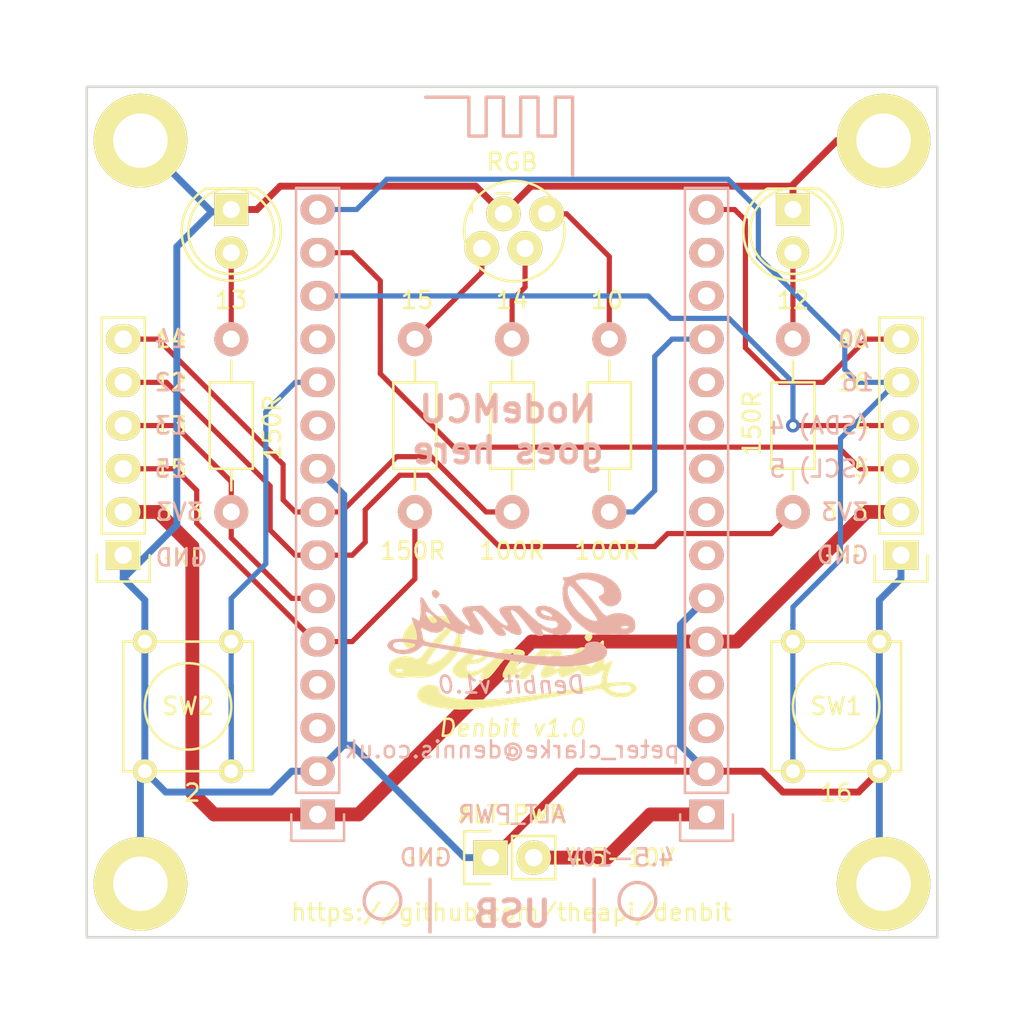
<source format=kicad_pcb>
(kicad_pcb (version 20171130) (host pcbnew "(5.1.12)-1")

  (general
    (thickness 1.6)
    (drawings 76)
    (tracks 179)
    (zones 0)
    (modules 21)
    (nets 32)
  )

  (page A4)
  (title_block
    (title Denbit)
  )

  (layers
    (0 F.Cu signal)
    (31 B.Cu signal)
    (32 B.Adhes user)
    (33 F.Adhes user)
    (34 B.Paste user)
    (35 F.Paste user)
    (36 B.SilkS user)
    (37 F.SilkS user)
    (38 B.Mask user)
    (39 F.Mask user)
    (40 Dwgs.User user hide)
    (41 Cmts.User user)
    (42 Eco1.User user)
    (43 Eco2.User user)
    (44 Edge.Cuts user)
    (45 Margin user)
    (46 B.CrtYd user)
    (47 F.CrtYd user)
    (48 B.Fab user)
    (49 F.Fab user)
  )

  (setup
    (last_trace_width 0.3048)
    (trace_clearance 0.2032)
    (zone_clearance 0.508)
    (zone_45_only yes)
    (trace_min 0.2032)
    (via_size 0.8128)
    (via_drill 0.4064)
    (via_min_size 0.8128)
    (via_min_drill 0.4064)
    (uvia_size 0.3048)
    (uvia_drill 0.1016)
    (uvias_allowed no)
    (uvia_min_size 0.2032)
    (uvia_min_drill 0.1016)
    (edge_width 0.15)
    (segment_width 0.2)
    (pcb_text_width 0.3)
    (pcb_text_size 1.5 1.5)
    (mod_edge_width 0.15)
    (mod_text_size 1 1)
    (mod_text_width 0.15)
    (pad_size 1.7272 2.032)
    (pad_drill 1.016)
    (pad_to_mask_clearance 0.2)
    (aux_axis_origin 0 0)
    (grid_origin 145.332 96.81)
    (visible_elements 7FFFFF7F)
    (pcbplotparams
      (layerselection 0x010f0_80000001)
      (usegerberextensions true)
      (usegerberattributes true)
      (usegerberadvancedattributes true)
      (creategerberjobfile true)
      (excludeedgelayer true)
      (linewidth 0.100000)
      (plotframeref false)
      (viasonmask false)
      (mode 1)
      (useauxorigin false)
      (hpglpennumber 1)
      (hpglpenspeed 20)
      (hpglpendiameter 15.000000)
      (psnegative false)
      (psa4output false)
      (plotreference true)
      (plotvalue true)
      (plotinvisibletext false)
      (padsonsilk false)
      (subtractmaskfromsilk true)
      (outputformat 1)
      (mirror false)
      (drillshape 0)
      (scaleselection 1)
      (outputdirectory "gerber/"))
  )

  (net 0 "")
  (net 1 GND)
  (net 2 "Net-(P2-Pad3)")
  (net 3 "Net-(P2-Pad4)")
  (net 4 "Net-(P2-Pad7)")
  (net 5 "Net-(P2-Pad8)")
  (net 6 "Net-(P2-Pad9)")
  (net 7 3V3)
  (net 8 "Net-(P2-Pad13)")
  (net 9 "Net-(P2-Pad10)")
  (net 10 "Net-(P2-Pad11)")
  (net 11 "Net-(P2-Pad14)")
  (net 12 /S_GREEN)
  (net 13 /RGB_RED)
  (net 14 /RGB_GREEN)
  (net 15 /RGB_BLUE)
  (net 16 /S_RED)
  (net 17 "Net-(P3-Pad3)")
  (net 18 "Net-(P3-Pad4)")
  (net 19 GPIO10)
  (net 20 ADC0)
  (net 21 GPIO15)
  (net 22 GPIO13)
  (net 23 GPIO12)
  (net 24 GPIO14)
  (net 25 GPIO2)
  (net 26 GPIO0)
  (net 27 GPIO4)
  (net 28 GPIO5)
  (net 29 GPIO16)
  (net 30 "Net-(P3-Pad10)")
  (net 31 VIN)

  (net_class Default "This is the default net class."
    (clearance 0.2032)
    (trace_width 0.3048)
    (via_dia 0.8128)
    (via_drill 0.4064)
    (uvia_dia 0.3048)
    (uvia_drill 0.1016)
    (add_net /RGB_BLUE)
    (add_net /RGB_GREEN)
    (add_net /RGB_RED)
    (add_net /S_GREEN)
    (add_net /S_RED)
    (add_net ADC0)
    (add_net GPIO0)
    (add_net GPIO10)
    (add_net GPIO12)
    (add_net GPIO13)
    (add_net GPIO14)
    (add_net GPIO15)
    (add_net GPIO16)
    (add_net GPIO2)
    (add_net GPIO4)
    (add_net GPIO5)
    (add_net "Net-(P2-Pad10)")
    (add_net "Net-(P2-Pad11)")
    (add_net "Net-(P2-Pad13)")
    (add_net "Net-(P2-Pad14)")
    (add_net "Net-(P2-Pad3)")
    (add_net "Net-(P2-Pad4)")
    (add_net "Net-(P2-Pad7)")
    (add_net "Net-(P2-Pad8)")
    (add_net "Net-(P2-Pad9)")
    (add_net "Net-(P3-Pad10)")
    (add_net "Net-(P3-Pad3)")
    (add_net "Net-(P3-Pad4)")
  )

  (net_class FAT ""
    (clearance 0.3048)
    (trace_width 0.8128)
    (via_dia 1.6256)
    (via_drill 0.4064)
    (uvia_dia 0.3048)
    (uvia_drill 0.1016)
    (add_net 3V3)
    (add_net VIN)
  )

  (net_class WIDE ""
    (clearance 0.3048)
    (trace_width 0.4064)
    (via_dia 1.4224)
    (via_drill 0.4064)
    (uvia_dia 0.3048)
    (uvia_drill 0.1016)
    (add_net GND)
  )

  (module LED-RGB-5MM_Common_Cathode_zig_zag (layer F.Cu) (tedit 571F076A) (tstamp 571E409C)
    (at 143.554 80.3 90)
    (descr "5mm common cathode RGB LED")
    (tags "RGB LED 5mm Common Cathode")
    (path /571157B6)
    (fp_text reference D2 (at 0 -2.25 90) (layer F.SilkS) hide
      (effects (font (size 1 1) (thickness 0.15)))
    )
    (fp_text value LED_RCBG (at 0 6.25 90) (layer F.Fab)
      (effects (font (size 1 1) (thickness 0.15)))
    )
    (fp_line (start 1.1 -0.595) (end 1.55 -0.595) (layer F.SilkS) (width 0.15))
    (fp_line (start -1.1 -0.595) (end -1.55 -0.595) (layer F.SilkS) (width 0.15))
    (fp_circle (center 0 1.905) (end 2.95 1.905) (layer F.SilkS) (width 0.15))
    (fp_circle (center 0 1.905) (end 3.2 1.905) (layer F.CrtYd) (width 0.05))
    (fp_text user - (at 2.286 1.27 180) (layer F.SilkS)
      (effects (font (size 1 1) (thickness 0.15)))
    )
    (pad 1 thru_hole circle (at -1.016 0 90) (size 2.032 2.032) (drill 1.016) (layers *.Cu *.Mask F.SilkS)
      (net 13 /RGB_RED))
    (pad 2 thru_hole circle (at 1.016 1.27 90) (size 2.032 2.032) (drill 1.016) (layers *.Cu *.Mask F.SilkS)
      (net 1 GND))
    (pad 3 thru_hole circle (at -1.016 2.54 90) (size 2.032 2.032) (drill 1.016) (layers *.Cu *.Mask F.SilkS)
      (net 14 /RGB_GREEN))
    (pad 4 thru_hole circle (at 1.016 3.81 90) (size 2.032 2.032) (drill 1.016) (layers *.Cu *.Mask F.SilkS)
      (net 15 /RGB_BLUE))
  )

  (module Resistors_ThroughHole:Resistor_Horizontal_RM10mm (layer F.Cu) (tedit 571166EE) (tstamp 571157D7)
    (at 151.047 86.65 270)
    (descr "Resistor, Axial,  RM 10mm, 1/3W")
    (tags "Resistor Axial RM 10mm 1/3W")
    (path /57115CAD)
    (fp_text reference R7 (at 5.32892 -3.50012 270) (layer F.SilkS) hide
      (effects (font (size 1 1) (thickness 0.15)))
    )
    (fp_text value 100R (at 12.446 0.127) (layer F.SilkS)
      (effects (font (size 1 1) (thickness 0.15)))
    )
    (fp_line (start 7.62 0) (end 8.89 0) (layer F.SilkS) (width 0.15))
    (fp_line (start 2.54 0) (end 1.27 0) (layer F.SilkS) (width 0.15))
    (fp_line (start 2.54 1.27) (end 2.54 -1.27) (layer F.SilkS) (width 0.15))
    (fp_line (start 7.62 1.27) (end 2.54 1.27) (layer F.SilkS) (width 0.15))
    (fp_line (start 7.62 -1.27) (end 7.62 1.27) (layer F.SilkS) (width 0.15))
    (fp_line (start 2.54 -1.27) (end 7.62 -1.27) (layer F.SilkS) (width 0.15))
    (fp_line (start -1.25 1.5) (end 11.4 1.5) (layer F.CrtYd) (width 0.05))
    (fp_line (start 11.4 -1.5) (end 11.4 1.5) (layer F.CrtYd) (width 0.05))
    (fp_line (start -1.25 1.5) (end -1.25 -1.5) (layer F.CrtYd) (width 0.05))
    (fp_line (start -1.25 -1.5) (end 11.4 -1.5) (layer F.CrtYd) (width 0.05))
    (pad 1 thru_hole circle (at 0 0 270) (size 1.99898 1.99898) (drill 1.00076) (layers *.Cu *.SilkS *.Mask)
      (net 15 /RGB_BLUE))
    (pad 2 thru_hole circle (at 10.16 0 270) (size 1.99898 1.99898) (drill 1.00076) (layers *.Cu *.SilkS *.Mask)
      (net 19 GPIO10))
    (model Resistors_ThroughHole.3dshapes/Resistor_Horizontal_RM10mm.wrl
      (offset (xyz 5.079999923706055 0 0))
      (scale (xyz 0.4 0.4 0.4))
      (rotate (xyz 0 0 0))
    )
  )

  (module denbit:LOGO (layer B.Cu) (tedit 0) (tstamp 57115C86)
    (at 145.332 103.16 180)
    (fp_text reference G***_2 (at 0 0 180) (layer B.SilkS) hide
      (effects (font (size 1.524 1.524) (thickness 0.3)) (justify mirror))
    )
    (fp_text value LOGO (at 0.75 0 180) (layer B.SilkS) hide
      (effects (font (size 1.524 1.524) (thickness 0.3)) (justify mirror))
    )
    (fp_poly (pts (xy 4.636344 1.746168) (xy 4.71113 1.649922) (xy 4.70219 1.495224) (xy 4.611185 1.340548)
      (xy 4.487659 1.270001) (xy 4.487334 1.27) (xy 4.386196 1.327481) (xy 4.318 1.397)
      (xy 4.255281 1.532513) (xy 4.318 1.651) (xy 4.481568 1.764619) (xy 4.636344 1.746168)) (layer B.SilkS) (width 0.01))
    (fp_poly (pts (xy -3.964698 2.750754) (xy -3.614679 2.633001) (xy -3.375318 2.540697) (xy -3.170785 2.51037)
      (xy -3.13111 2.515875) (xy -2.992578 2.503652) (xy -2.968969 2.412433) (xy -3.048229 2.328192)
      (xy -3.087067 2.215745) (xy -3.048229 2.117095) (xy -2.977438 1.859952) (xy -2.965036 1.510582)
      (xy -3.00706 1.134196) (xy -3.099545 0.796001) (xy -3.133249 0.718464) (xy -3.345476 0.386063)
      (xy -3.657229 0.024143) (xy -4.018368 -0.317608) (xy -4.378754 -0.589502) (xy -4.553297 -0.688772)
      (xy -4.757285 -0.774305) (xy -4.968432 -0.825947) (xy -5.22889 -0.847715) (xy -5.580809 -0.843626)
      (xy -5.969 -0.823687) (xy -6.237001 -0.83267) (xy -6.439249 -0.867308) (xy -6.723252 -0.863541)
      (xy -6.947249 -0.780617) (xy -7.14165 -0.661136) (xy -7.223386 -0.518018) (xy -7.230341 -0.423333)
      (xy -6.858 -0.423333) (xy -6.784315 -0.482335) (xy -6.606296 -0.507966) (xy -6.599003 -0.508)
      (xy -6.429746 -0.485069) (xy -6.390663 -0.426238) (xy -6.392333 -0.423333) (xy -6.50904 -0.357794)
      (xy -6.65133 -0.338666) (xy -6.808038 -0.368286) (xy -6.858 -0.423333) (xy -7.230341 -0.423333)
      (xy -7.239 -0.30547) (xy -7.206758 -0.045125) (xy -7.186094 -0.014579) (xy -5.017785 -0.014579)
      (xy -5.01393 -0.037847) (xy -4.8777 -0.065198) (xy -4.647375 -0.00647) (xy -4.365789 0.124795)
      (xy -4.219017 0.213489) (xy -3.896796 0.479394) (xy -3.61631 0.81185) (xy -3.401417 1.170554)
      (xy -3.275973 1.515207) (xy -3.263833 1.805508) (xy -3.267411 1.821047) (xy -3.326831 1.979025)
      (xy -3.378662 2.032) (xy -3.478589 1.969845) (xy -3.650067 1.801821) (xy -3.87124 1.555598)
      (xy -4.120248 1.258842) (xy -4.375233 0.93922) (xy -4.614338 0.6244) (xy -4.815704 0.342049)
      (xy -4.957472 0.119833) (xy -5.017785 -0.014579) (xy -7.186094 -0.014579) (xy -7.086583 0.132518)
      (xy -7.015839 0.190673) (xy -6.704225 0.339717) (xy -6.325281 0.405082) (xy -5.956259 0.378995)
      (xy -5.771096 0.31589) (xy -5.638815 0.257856) (xy -5.529707 0.248269) (xy -5.418572 0.306017)
      (xy -5.280208 0.449986) (xy -5.089415 0.699066) (xy -4.889058 0.976971) (xy -4.663332 1.261714)
      (xy -4.375554 1.583708) (xy -4.113842 1.848078) (xy -3.902785 2.063065) (xy -3.770667 2.22901)
      (xy -3.739178 2.317683) (xy -3.748106 2.32408) (xy -4.089404 2.398622) (xy -4.407191 2.388856)
      (xy -4.66381 2.334097) (xy -4.944351 2.240113) (xy -5.177733 2.125805) (xy -5.250448 2.073325)
      (xy -5.384186 1.880795) (xy -5.414911 1.676124) (xy -5.342726 1.515666) (xy -5.249333 1.463866)
      (xy -5.111793 1.400575) (xy -5.10171 1.296086) (xy -5.220639 1.120982) (xy -5.2705 1.062965)
      (xy -5.546535 0.850908) (xy -5.848261 0.791064) (xy -6.142749 0.888097) (xy -6.203169 0.930862)
      (xy -6.387058 1.170076) (xy -6.431614 1.465757) (xy -6.343452 1.7885) (xy -6.129185 2.1089)
      (xy -5.88824 2.331094) (xy -5.463374 2.573543) (xy -4.966992 2.728839) (xy -4.450348 2.790179)
      (xy -3.964698 2.750754)) (layer B.SilkS) (width 0.01))
    (fp_poly (pts (xy 5.391494 1.297812) (xy 5.398451 1.102708) (xy 5.389366 1.036087) (xy 5.366987 0.727091)
      (xy 5.379289 0.384121) (xy 5.388528 0.303141) (xy 5.442236 -0.088698) (xy 5.649464 0.047083)
      (xy 5.808124 0.13264) (xy 5.893807 0.145749) (xy 5.884476 0.053924) (xy 5.820201 -0.14086)
      (xy 5.759461 -0.291369) (xy 5.65775 -0.576156) (xy 5.59629 -0.839888) (xy 5.588 -0.933426)
      (xy 5.588 -1.175481) (xy 6.171404 -1.12657) (xy 6.63006 -1.1057) (xy 6.95232 -1.13678)
      (xy 7.164712 -1.225616) (xy 7.290288 -1.371399) (xy 7.339172 -1.515312) (xy 7.281843 -1.637601)
      (xy 7.170624 -1.743131) (xy 6.818372 -1.941859) (xy 6.403961 -2.015103) (xy 5.978031 -1.963669)
      (xy 5.591222 -1.788367) (xy 5.495896 -1.716415) (xy 5.238515 -1.499843) (xy 4.418424 -1.638658)
      (xy 4.085292 -1.695573) (xy 3.624239 -1.775084) (xy 3.074115 -1.870453) (xy 2.473773 -1.97494)
      (xy 1.862063 -2.081806) (xy 1.693334 -2.111361) (xy 0.670803 -2.287415) (xy -0.205056 -2.430584)
      (xy -0.953261 -2.542924) (xy -1.592829 -2.626494) (xy -2.142779 -2.683349) (xy -2.622126 -2.715548)
      (xy -3.04989 -2.725146) (xy -3.445087 -2.714202) (xy -3.70898 -2.695727) (xy -4.326361 -2.613086)
      (xy -4.859562 -2.48315) (xy -5.273991 -2.315281) (xy -5.401313 -2.237825) (xy -5.562115 -2.045208)
      (xy -5.587019 -1.819886) (xy -5.495588 -1.596285) (xy -5.307383 -1.408828) (xy -5.041966 -1.291941)
      (xy -4.851349 -1.27) (xy -4.566328 -1.301567) (xy -4.361984 -1.384144) (xy -4.275078 -1.499542)
      (xy -4.281805 -1.5518) (xy -4.257892 -1.702329) (xy -4.089451 -1.848735) (xy -3.800853 -1.974754)
      (xy -3.550114 -2.040153) (xy -2.959313 -2.119162) (xy -2.213845 -2.146904) (xy -1.320292 -2.123806)
      (xy -0.285238 -2.050295) (xy 0.884736 -1.926799) (xy 2.183048 -1.753744) (xy 3.156312 -1.604696)
      (xy 3.80131 -1.501274) (xy 4.148127 -1.444942) (xy 5.672667 -1.444942) (xy 5.748852 -1.569483)
      (xy 5.944521 -1.670594) (xy 6.210344 -1.738112) (xy 6.496991 -1.76187) (xy 6.755135 -1.731703)
      (xy 6.863566 -1.690354) (xy 7.005839 -1.554636) (xy 6.998958 -1.411508) (xy 6.851984 -1.310423)
      (xy 6.679793 -1.288605) (xy 6.429561 -1.292908) (xy 6.152657 -1.317473) (xy 5.900451 -1.35644)
      (xy 5.724311 -1.40395) (xy 5.672667 -1.444942) (xy 4.148127 -1.444942) (xy 4.298442 -1.420527)
      (xy 4.666892 -1.3574) (xy 4.92584 -1.306841) (xy 5.09447 -1.263793) (xy 5.191963 -1.223205)
      (xy 5.237502 -1.180023) (xy 5.250268 -1.129191) (xy 5.249445 -1.065658) (xy 5.249334 -1.053261)
      (xy 5.280299 -0.819426) (xy 5.331905 -0.640511) (xy 5.382762 -0.489499) (xy 5.364378 -0.437816)
      (xy 5.250694 -0.481575) (xy 5.047512 -0.598076) (xy 4.746768 -0.71983) (xy 4.445364 -0.751446)
      (xy 4.191768 -0.695599) (xy 4.034447 -0.554969) (xy 4.028184 -0.54177) (xy 3.977194 -0.444523)
      (xy 3.910982 -0.418247) (xy 3.787481 -0.469154) (xy 3.564628 -0.603457) (xy 3.550341 -0.612337)
      (xy 3.245491 -0.766935) (xy 2.99437 -0.828792) (xy 2.824476 -0.79652) (xy 2.763308 -0.668735)
      (xy 2.764118 -0.651975) (xy 2.75025 -0.538932) (xy 2.721784 -0.529337) (xy 2.275209 -0.750528)
      (xy 1.956225 -0.861741) (xy 1.763918 -0.86327) (xy 1.735222 -0.846297) (xy 1.668296 -0.711612)
      (xy 1.714108 -0.500576) (xy 1.877548 -0.199796) (xy 2.075919 0.086827) (xy 2.223915 0.307426)
      (xy 2.308745 0.472183) (xy 2.315784 0.534661) (xy 2.19173 0.548302) (xy 1.99886 0.433515)
      (xy 1.756228 0.206623) (xy 1.482882 -0.11605) (xy 1.354013 -0.289437) (xy 1.129937 -0.59455)
      (xy 0.968667 -0.784743) (xy 0.839813 -0.886478) (xy 0.712987 -0.926216) (xy 0.616807 -0.931333)
      (xy 0.412685 -0.913878) (xy 0.351044 -0.842077) (xy 0.420376 -0.68678) (xy 0.483301 -0.593183)
      (xy 0.627935 -0.386689) (xy 0.367359 -0.572236) (xy 0.025111 -0.778046) (xy -0.269002 -0.881674)
      (xy -0.47123 -0.875149) (xy -0.562393 -0.761881) (xy -0.529635 -0.547657) (xy -0.376217 -0.243316)
      (xy -0.205469 0.008443) (xy -0.009911 0.300682) (xy 0.080731 0.498082) (xy 0.061333 0.588291)
      (xy 0.036767 0.592667) (xy -0.122948 0.534411) (xy -0.337063 0.353255) (xy -0.615566 0.039623)
      (xy -0.847877 -0.25559) (xy -1.095626 -0.571951) (xy -1.275457 -0.772973) (xy -1.415026 -0.883098)
      (xy -1.541991 -0.926771) (xy -1.612471 -0.931333) (xy -1.803635 -0.917637) (xy -1.851331 -0.848713)
      (xy -1.780892 -0.682805) (xy -1.772635 -0.667309) (xy -1.724747 -0.567591) (xy -1.748517 -0.544164)
      (xy -1.873966 -0.597435) (xy -2.018866 -0.670632) (xy -2.453451 -0.841806) (xy -2.841713 -0.898173)
      (xy -3.160277 -0.84265) (xy -3.385768 -0.678154) (xy -3.478846 -0.488436) (xy -3.496684 -0.342279)
      (xy -3.44717 -0.202796) (xy -3.307274 -0.025225) (xy -3.162731 0.125981) (xy -3.024442 0.245251)
      (xy -2.366574 0.245251) (xy -2.335112 0.18834) (xy -2.2225 0.199244) (xy -2.018022 0.256975)
      (xy -1.883833 0.295321) (xy -1.735444 0.383424) (xy -1.693333 0.471373) (xy -1.735144 0.574417)
      (xy -1.872582 0.57142) (xy -2.120871 0.463493) (xy -2.290808 0.348286) (xy -2.366574 0.245251)
      (xy -3.024442 0.245251) (xy -2.7327 0.496867) (xy -2.307209 0.740585) (xy -1.912103 0.843028)
      (xy -1.844873 0.845371) (xy -1.546707 0.808236) (xy -1.392189 0.694919) (xy -1.368425 0.50692)
      (xy -1.483362 0.271354) (xy -1.729295 0.09114) (xy -2.071275 -0.012074) (xy -2.230456 -0.027081)
      (xy -2.493976 -0.054719) (xy -2.632366 -0.122492) (xy -2.677069 -0.20107) (xy -2.667908 -0.368067)
      (xy -2.61256 -0.432607) (xy -2.340479 -0.506342) (xy -2.003096 -0.425477) (xy -1.602262 -0.190858)
      (xy -1.139828 0.196666) (xy -1.049836 0.282941) (xy -0.490429 0.828762) (xy 0.029952 0.826335)
      (xy 0.426056 0.803386) (xy 0.664319 0.731982) (xy 0.751929 0.601608) (xy 0.696072 0.401751)
      (xy 0.508 0.127) (xy 0.358834 -0.074713) (xy 0.267484 -0.22525) (xy 0.254 -0.265642)
      (xy 0.306043 -0.345545) (xy 0.456176 -0.299615) (xy 0.695403 -0.13319) (xy 1.014729 0.148389)
      (xy 1.116463 0.246352) (xy 1.714375 0.83137) (xy 2.266224 0.817852) (xy 2.64526 0.78909)
      (xy 2.867232 0.71572) (xy 2.941709 0.583258) (xy 2.878259 0.377218) (xy 2.720597 0.130024)
      (xy 2.573082 -0.097549) (xy 2.485032 -0.277313) (xy 2.47297 -0.349242) (xy 2.549103 -0.362719)
      (xy 2.709377 -0.276578) (xy 2.923196 -0.115735) (xy 3.159964 0.094891) (xy 3.389085 0.330383)
      (xy 3.555843 0.53266) (xy 3.758862 0.776918) (xy 3.9266 0.899715) (xy 4.086793 0.931334)
      (xy 4.321567 0.931334) (xy 3.938288 0.359999) (xy 3.772089 0.094187) (xy 3.665018 -0.113511)
      (xy 3.633927 -0.228808) (xy 3.643035 -0.240678) (xy 3.748512 -0.20629) (xy 3.943466 -0.090098)
      (xy 4.040965 -0.022493) (xy 4.406814 -0.022493) (xy 4.414597 -0.100966) (xy 4.457634 -0.142351)
      (xy 4.625913 -0.209227) (xy 4.784611 -0.128005) (xy 4.936314 0.079219) (xy 5.067096 0.339181)
      (xy 5.083931 0.474962) (xy 4.991753 0.482286) (xy 4.795494 0.356878) (xy 4.703404 0.281074)
      (xy 4.496892 0.094187) (xy 4.406814 -0.022493) (xy 4.040965 -0.022493) (xy 4.18853 0.079826)
      (xy 4.444335 0.275409) (xy 4.671516 0.468577) (xy 4.767967 0.561522) (xy 4.910262 0.746533)
      (xy 5.052027 0.986432) (xy 5.0643 1.010959) (xy 5.207795 1.250652) (xy 5.322401 1.346698)
      (xy 5.391494 1.297812)) (layer B.SilkS) (width 0.01))
  )

  (module LEDs:LED-5MM placed (layer F.Cu) (tedit 570FBF78) (tstamp 570F62C3)
    (at 128.822 79.03 270)
    (descr "LED 5mm round vertical")
    (tags "LED 5mm round vertical")
    (path /570F8EBD)
    (fp_text reference D1 (at 1.524 4.064 270) (layer F.SilkS) hide
      (effects (font (size 1 1) (thickness 0.15)))
    )
    (fp_text value LED (at 1.524 -3.937 270) (layer F.Fab)
      (effects (font (size 1 1) (thickness 0.15)))
    )
    (fp_circle (center 1.27 0) (end 0.97 -2.5) (layer F.SilkS) (width 0.15))
    (fp_line (start -1.23 1.5) (end -1.23 -1.5) (layer F.SilkS) (width 0.15))
    (fp_line (start -1.5 -1.55) (end -1.5 1.55) (layer F.CrtYd) (width 0.05))
    (fp_text user K (at -1.905 1.905 270) (layer F.SilkS) hide
      (effects (font (size 1 1) (thickness 0.15)))
    )
    (fp_arc (start 1.3 0) (end -1.5 1.55) (angle -302) (layer F.CrtYd) (width 0.05))
    (fp_arc (start 1.27 0) (end -1.23 -1.5) (angle 297.5) (layer F.SilkS) (width 0.15))
    (pad 1 thru_hole rect (at 0 0) (size 2 1.9) (drill 1.00076) (layers *.Cu *.Mask F.SilkS)
      (net 1 GND))
    (pad 2 thru_hole circle (at 2.54 0 270) (size 1.9 1.9) (drill 1.00076) (layers *.Cu *.Mask F.SilkS)
      (net 12 /S_GREEN))
    (model LEDs.3dshapes/LED-5MM.wrl
      (offset (xyz 1.269999980926514 0 0))
      (scale (xyz 1 1 1))
      (rotate (xyz 0 0 90))
    )
  )

  (module LEDs:LED-5MM placed (layer F.Cu) (tedit 570FBF87) (tstamp 570F62D5)
    (at 161.842 79.03 270)
    (descr "LED 5mm round vertical")
    (tags "LED 5mm round vertical")
    (path /570F675B)
    (fp_text reference D4 (at 1.524 4.064 270) (layer F.SilkS) hide
      (effects (font (size 1 1) (thickness 0.15)))
    )
    (fp_text value LED (at 1.524 -3.937 270) (layer F.Fab)
      (effects (font (size 1 1) (thickness 0.15)))
    )
    (fp_circle (center 1.27 0) (end 0.97 -2.5) (layer F.SilkS) (width 0.15))
    (fp_line (start -1.23 1.5) (end -1.23 -1.5) (layer F.SilkS) (width 0.15))
    (fp_line (start -1.5 -1.55) (end -1.5 1.55) (layer F.CrtYd) (width 0.05))
    (fp_text user K (at -1.905 1.905 270) (layer F.SilkS) hide
      (effects (font (size 1 1) (thickness 0.15)))
    )
    (fp_arc (start 1.3 0) (end -1.5 1.55) (angle -302) (layer F.CrtYd) (width 0.05))
    (fp_arc (start 1.27 0) (end -1.23 -1.5) (angle 297.5) (layer F.SilkS) (width 0.15))
    (pad 1 thru_hole rect (at 0 0) (size 2 1.9) (drill 1.00076) (layers *.Cu *.Mask F.SilkS)
      (net 1 GND))
    (pad 2 thru_hole circle (at 2.54 0 270) (size 1.9 1.9) (drill 1.00076) (layers *.Cu *.Mask F.SilkS)
      (net 16 /S_RED))
    (model LEDs.3dshapes/LED-5MM.wrl
      (offset (xyz 1.269999980926514 0 0))
      (scale (xyz 1 1 1))
      (rotate (xyz 0 0 90))
    )
  )

  (module Mounting_Holes:MountingHole_3.2mm_M3_ISO14580_Pad (layer F.Cu) (tedit 570FBE3A) (tstamp 570F74D6)
    (at 123.483 74.981 270)
    (descr "Mounting Hole 3.2mm, M3, ISO14580")
    (tags "mounting hole 3.2mm m3 iso14580")
    (path /570F7699)
    (fp_text reference P5 (at 0 -3.75 270) (layer F.SilkS) hide
      (effects (font (size 1 1) (thickness 0.15)))
    )
    (fp_text value CONN_01X01 (at 0 3.75 270) (layer F.Fab)
      (effects (font (size 1 1) (thickness 0.15)))
    )
    (fp_circle (center 0 0) (end 3 0) (layer F.CrtYd) (width 0.05))
    (fp_circle (center 0 0) (end 2.75 0) (layer Cmts.User) (width 0.15))
    (pad 1 thru_hole circle (at 0 0 270) (size 5.5 5.5) (drill 3.2) (layers *.Cu *.Mask F.SilkS)
      (net 1 GND))
  )

  (module Mounting_Holes:MountingHole_3.2mm_M3_ISO14580_Pad (layer F.Cu) (tedit 570FBE2F) (tstamp 570F74DB)
    (at 123.483 118.669 270)
    (descr "Mounting Hole 3.2mm, M3, ISO14580")
    (tags "mounting hole 3.2mm m3 iso14580")
    (path /570F78B5)
    (fp_text reference P6 (at 0 -3.75 270) (layer F.SilkS) hide
      (effects (font (size 1 1) (thickness 0.15)))
    )
    (fp_text value CONN_01X01 (at 0 3.75 270) (layer F.Fab)
      (effects (font (size 1 1) (thickness 0.15)))
    )
    (fp_circle (center 0 0) (end 3 0) (layer F.CrtYd) (width 0.05))
    (fp_circle (center 0 0) (end 2.75 0) (layer Cmts.User) (width 0.15))
    (pad 1 thru_hole circle (at 0 0 270) (size 5.5 5.5) (drill 3.2) (layers *.Cu *.Mask F.SilkS)
      (net 1 GND))
  )

  (module Mounting_Holes:MountingHole_3.2mm_M3_ISO14580_Pad (layer F.Cu) (tedit 570FBFE8) (tstamp 570F74E0)
    (at 167.171 74.981 270)
    (descr "Mounting Hole 3.2mm, M3, ISO14580")
    (tags "mounting hole 3.2mm m3 iso14580")
    (path /570F783F)
    (fp_text reference P7 (at 0 -3.75 270) (layer F.SilkS) hide
      (effects (font (size 1 1) (thickness 0.15)))
    )
    (fp_text value CONN_01X01 (at -0.127 -4.445 270) (layer F.Fab)
      (effects (font (size 1 1) (thickness 0.15)))
    )
    (fp_circle (center 0 0) (end 3 0) (layer F.CrtYd) (width 0.05))
    (fp_circle (center 0 0) (end 2.75 0) (layer Cmts.User) (width 0.15))
    (pad 1 thru_hole circle (at 0 0 270) (size 5.5 5.5) (drill 3.2) (layers *.Cu *.Mask F.SilkS)
      (net 1 GND))
  )

  (module Mounting_Holes:MountingHole_3.2mm_M3_ISO14580_Pad (layer F.Cu) (tedit 570FBFEF) (tstamp 570F74E5)
    (at 167.171 118.669 270)
    (descr "Mounting Hole 3.2mm, M3, ISO14580")
    (tags "mounting hole 3.2mm m3 iso14580")
    (path /570F78C1)
    (fp_text reference P8 (at 0 -3.75 270) (layer F.SilkS) hide
      (effects (font (size 1 1) (thickness 0.15)))
    )
    (fp_text value CONN_01X01 (at 0.381 -4.445 270) (layer F.Fab)
      (effects (font (size 1 1) (thickness 0.15)))
    )
    (fp_circle (center 0 0) (end 3 0) (layer F.CrtYd) (width 0.05))
    (fp_circle (center 0 0) (end 2.75 0) (layer Cmts.User) (width 0.15))
    (pad 1 thru_hole circle (at 0 0 270) (size 5.5 5.5) (drill 3.2) (layers *.Cu *.Mask F.SilkS)
      (net 1 GND))
  )

  (module Buttons_Switches_ThroughHole:SW_PUSH_SMALL (layer F.Cu) (tedit 570FBE25) (tstamp 570F918E)
    (at 164.382 108.24 270)
    (path /570F9210)
    (fp_text reference SW1 (at -0.015 -0.005) (layer F.SilkS)
      (effects (font (size 1 1) (thickness 0.15)))
    )
    (fp_text value SW_PUSH (at 0 1.016 270) (layer F.Fab)
      (effects (font (size 1 1) (thickness 0.15)))
    )
    (fp_line (start -3.81 -3.81) (end -3.81 3.81) (layer F.SilkS) (width 0.15))
    (fp_line (start 3.81 3.81) (end -3.81 3.81) (layer F.SilkS) (width 0.15))
    (fp_line (start 3.81 -3.81) (end 3.81 3.81) (layer F.SilkS) (width 0.15))
    (fp_line (start -3.81 -3.81) (end 3.81 -3.81) (layer F.SilkS) (width 0.15))
    (fp_circle (center 0 0) (end 0 -2.54) (layer F.SilkS) (width 0.15))
    (pad 1 thru_hole circle (at 3.81 -2.54 270) (size 1.397 1.397) (drill 0.8128) (layers *.Cu *.Mask F.SilkS)
      (net 1 GND))
    (pad 2 thru_hole circle (at 3.81 2.54 270) (size 1.397 1.397) (drill 0.8128) (layers *.Cu *.Mask F.SilkS)
      (net 29 GPIO16))
    (pad 1 thru_hole circle (at -3.81 -2.54 270) (size 1.397 1.397) (drill 0.8128) (layers *.Cu *.Mask F.SilkS)
      (net 1 GND))
    (pad 2 thru_hole circle (at -3.81 2.54 270) (size 1.397 1.397) (drill 0.8128) (layers *.Cu *.Mask F.SilkS)
      (net 29 GPIO16))
  )

  (module Buttons_Switches_ThroughHole:SW_PUSH_SMALL (layer F.Cu) (tedit 570FBE22) (tstamp 570F9196)
    (at 126.282 108.24 90)
    (path /570F927F)
    (fp_text reference SW2 (at 0.015 0.005 180) (layer F.SilkS)
      (effects (font (size 1 1) (thickness 0.15)))
    )
    (fp_text value SW_PUSH (at 0 1.016 90) (layer F.Fab)
      (effects (font (size 1 1) (thickness 0.15)))
    )
    (fp_line (start -3.81 -3.81) (end -3.81 3.81) (layer F.SilkS) (width 0.15))
    (fp_line (start 3.81 3.81) (end -3.81 3.81) (layer F.SilkS) (width 0.15))
    (fp_line (start 3.81 -3.81) (end 3.81 3.81) (layer F.SilkS) (width 0.15))
    (fp_line (start -3.81 -3.81) (end 3.81 -3.81) (layer F.SilkS) (width 0.15))
    (fp_circle (center 0 0) (end 0 -2.54) (layer F.SilkS) (width 0.15))
    (pad 1 thru_hole circle (at 3.81 -2.54 90) (size 1.397 1.397) (drill 0.8128) (layers *.Cu *.Mask F.SilkS)
      (net 1 GND))
    (pad 2 thru_hole circle (at 3.81 2.54 90) (size 1.397 1.397) (drill 0.8128) (layers *.Cu *.Mask F.SilkS)
      (net 25 GPIO2))
    (pad 1 thru_hole circle (at -3.81 -2.54 90) (size 1.397 1.397) (drill 0.8128) (layers *.Cu *.Mask F.SilkS)
      (net 1 GND))
    (pad 2 thru_hole circle (at -3.81 2.54 90) (size 1.397 1.397) (drill 0.8128) (layers *.Cu *.Mask F.SilkS)
      (net 25 GPIO2))
  )

  (module Socket_Strips:Socket_Strip_Straight_1x15 (layer B.Cu) (tedit 5710FD38) (tstamp 570F94AC)
    (at 156.762 114.59 90)
    (descr "Through hole socket strip")
    (tags "socket strip")
    (path /570F9B9A)
    (fp_text reference P2 (at 0 5.1 90) (layer B.SilkS) hide
      (effects (font (size 1 1) (thickness 0.15)) (justify mirror))
    )
    (fp_text value CONN_01X15 (at 0 3.1 90) (layer B.Fab)
      (effects (font (size 1 1) (thickness 0.15)) (justify mirror))
    )
    (fp_line (start -1.55 1.55) (end -1.55 -1.55) (layer B.SilkS) (width 0.15))
    (fp_line (start 0 1.55) (end -1.55 1.55) (layer B.SilkS) (width 0.15))
    (fp_line (start 1.27 -1.27) (end 1.27 1.27) (layer B.SilkS) (width 0.15))
    (fp_line (start -1.55 -1.55) (end 0 -1.55) (layer B.SilkS) (width 0.15))
    (fp_line (start 36.83 -1.27) (end 1.27 -1.27) (layer B.SilkS) (width 0.15))
    (fp_line (start 36.83 1.27) (end 36.83 -1.27) (layer B.SilkS) (width 0.15))
    (fp_line (start 1.27 1.27) (end 36.83 1.27) (layer B.SilkS) (width 0.15))
    (fp_line (start -1.75 -1.75) (end 37.35 -1.75) (layer B.CrtYd) (width 0.05))
    (fp_line (start -1.75 1.75) (end 37.35 1.75) (layer B.CrtYd) (width 0.05))
    (fp_line (start 37.35 1.75) (end 37.35 -1.75) (layer B.CrtYd) (width 0.05))
    (fp_line (start -1.75 1.75) (end -1.75 -1.75) (layer B.CrtYd) (width 0.05))
    (pad 1 thru_hole rect (at 0 0 90) (size 1.7272 2.032) (drill 1.016) (layers *.Cu *.Mask B.SilkS)
      (net 31 VIN))
    (pad 2 thru_hole oval (at 2.54 0 90) (size 1.7272 2.032) (drill 1.016) (layers *.Cu *.Mask B.SilkS)
      (net 1 GND))
    (pad 3 thru_hole oval (at 5.08 0 90) (size 1.7272 2.032) (drill 1.016) (layers *.Cu *.Mask B.SilkS)
      (net 2 "Net-(P2-Pad3)"))
    (pad 4 thru_hole oval (at 7.62 0 90) (size 1.7272 2.032) (drill 1.016) (layers *.Cu *.Mask B.SilkS)
      (net 3 "Net-(P2-Pad4)"))
    (pad 5 thru_hole oval (at 10.16 0 90) (size 1.7272 2.032) (drill 1.016) (layers *.Cu *.Mask B.SilkS)
      (net 7 3V3))
    (pad 6 thru_hole oval (at 12.7 0 90) (size 1.7272 2.032) (drill 1.016) (layers *.Cu *.Mask B.SilkS)
      (net 1 GND))
    (pad 7 thru_hole oval (at 15.24 0 90) (size 1.7272 2.032) (drill 1.016) (layers *.Cu *.Mask B.SilkS)
      (net 4 "Net-(P2-Pad7)"))
    (pad 8 thru_hole oval (at 17.78 0 90) (size 1.7272 2.032) (drill 1.016) (layers *.Cu *.Mask B.SilkS)
      (net 5 "Net-(P2-Pad8)"))
    (pad 9 thru_hole oval (at 20.32 0 90) (size 1.7272 2.032) (drill 1.016) (layers *.Cu *.Mask B.SilkS)
      (net 6 "Net-(P2-Pad9)"))
    (pad 10 thru_hole oval (at 22.86 0 90) (size 1.7272 2.032) (drill 1.016) (layers *.Cu *.Mask B.SilkS)
      (net 9 "Net-(P2-Pad10)"))
    (pad 11 thru_hole oval (at 25.4 0 90) (size 1.7272 2.032) (drill 1.016) (layers *.Cu *.Mask B.SilkS)
      (net 10 "Net-(P2-Pad11)"))
    (pad 12 thru_hole oval (at 27.94 0 90) (size 1.7272 2.032) (drill 1.016) (layers *.Cu *.Mask B.SilkS)
      (net 19 GPIO10))
    (pad 13 thru_hole oval (at 30.48 0 90) (size 1.7272 2.032) (drill 1.016) (layers *.Cu *.Mask B.SilkS)
      (net 8 "Net-(P2-Pad13)"))
    (pad 14 thru_hole oval (at 33.02 0 90) (size 1.7272 2.032) (drill 1.016) (layers *.Cu *.Mask B.SilkS)
      (net 11 "Net-(P2-Pad14)"))
    (pad 15 thru_hole oval (at 35.56 0 90) (size 1.7272 2.032) (drill 1.016) (layers *.Cu *.Mask B.SilkS)
      (net 20 ADC0))
    (model Socket_Strips.3dshapes/Socket_Strip_Straight_1x15.wrl
      (offset (xyz 17.77999973297119 0 0))
      (scale (xyz 1 1 1))
      (rotate (xyz 0 0 180))
    )
  )

  (module Socket_Strips:Socket_Strip_Straight_1x15 (layer B.Cu) (tedit 571E6C67) (tstamp 570F94BE)
    (at 133.902 114.59 90)
    (descr "Through hole socket strip")
    (tags "socket strip")
    (path /570F9E13)
    (fp_text reference P3 (at 0 5.1 90) (layer B.SilkS) hide
      (effects (font (size 1 1) (thickness 0.15)) (justify mirror))
    )
    (fp_text value CONN_01X15 (at 0 3.1 90) (layer B.Fab)
      (effects (font (size 1 1) (thickness 0.15)) (justify mirror))
    )
    (fp_line (start -1.55 1.55) (end -1.55 -1.55) (layer B.SilkS) (width 0.15))
    (fp_line (start 0 1.55) (end -1.55 1.55) (layer B.SilkS) (width 0.15))
    (fp_line (start 1.27 -1.27) (end 1.27 1.27) (layer B.SilkS) (width 0.15))
    (fp_line (start -1.55 -1.55) (end 0 -1.55) (layer B.SilkS) (width 0.15))
    (fp_line (start 36.83 -1.27) (end 1.27 -1.27) (layer B.SilkS) (width 0.15))
    (fp_line (start 36.83 1.27) (end 36.83 -1.27) (layer B.SilkS) (width 0.15))
    (fp_line (start 1.27 1.27) (end 36.83 1.27) (layer B.SilkS) (width 0.15))
    (fp_line (start -1.75 -1.75) (end 37.35 -1.75) (layer B.CrtYd) (width 0.05))
    (fp_line (start -1.75 1.75) (end 37.35 1.75) (layer B.CrtYd) (width 0.05))
    (fp_line (start 37.35 1.75) (end 37.35 -1.75) (layer B.CrtYd) (width 0.05))
    (fp_line (start -1.75 1.75) (end -1.75 -1.75) (layer B.CrtYd) (width 0.05))
    (pad 1 thru_hole rect (at 0 0 90) (size 1.7272 2.032) (drill 1.016) (layers *.Cu *.Mask B.SilkS)
      (net 7 3V3))
    (pad 2 thru_hole oval (at 2.54 0 90) (size 1.7272 2.032) (drill 1.016) (layers *.Cu *.Mask B.SilkS)
      (net 1 GND))
    (pad 3 thru_hole oval (at 5.08 0 90) (size 1.7272 2.032) (drill 1.016) (layers *.Cu *.Mask B.SilkS)
      (net 17 "Net-(P3-Pad3)"))
    (pad 4 thru_hole oval (at 7.62 0 90) (size 1.7272 2.032) (drill 1.016) (layers *.Cu *.Mask B.SilkS)
      (net 18 "Net-(P3-Pad4)"))
    (pad 5 thru_hole oval (at 10.16 0 90) (size 1.7272 2.032) (drill 1.016) (layers *.Cu *.Mask B.SilkS)
      (net 21 GPIO15))
    (pad 6 thru_hole oval (at 12.7 0 90) (size 1.7272 2.032) (drill 1.016) (layers *.Cu *.Mask B.SilkS)
      (net 22 GPIO13))
    (pad 7 thru_hole oval (at 15.24 0 90) (size 1.7272 2.032) (drill 1.016) (layers *.Cu *.Mask B.SilkS)
      (net 23 GPIO12))
    (pad 8 thru_hole oval (at 17.78 0 90) (size 1.7272 2.032) (drill 1.016) (layers *.Cu *.Mask B.SilkS)
      (net 24 GPIO14))
    (pad 9 thru_hole oval (at 20.32 0 90) (size 1.7272 2.032) (drill 1.016) (layers *.Cu *.Mask B.SilkS)
      (net 1 GND))
    (pad 10 thru_hole oval (at 22.86 0 90) (size 1.7272 2.032) (drill 1.016) (layers *.Cu *.Mask B.SilkS)
      (net 30 "Net-(P3-Pad10)"))
    (pad 11 thru_hole oval (at 25.4 0 90) (size 1.7272 2.032) (drill 1.016) (layers *.Cu *.Mask B.SilkS)
      (net 25 GPIO2))
    (pad 12 thru_hole oval (at 27.94 0 90) (size 1.7272 2.032) (drill 1.016) (layers *.Cu *.Mask B.SilkS)
      (net 26 GPIO0))
    (pad 13 thru_hole oval (at 30.48 0 90) (size 1.7272 2.032) (drill 1.016) (layers *.Cu *.Mask B.SilkS)
      (net 27 GPIO4))
    (pad 14 thru_hole oval (at 33.02 0 90) (size 1.7272 2.032) (drill 1.016) (layers *.Cu *.Mask B.SilkS)
      (net 28 GPIO5))
    (pad 15 thru_hole oval (at 35.56 0 90) (size 1.7272 2.032) (drill 1.016) (layers *.Cu *.Mask B.SilkS)
      (net 29 GPIO16))
    (model Socket_Strips.3dshapes/Socket_Strip_Straight_1x15.wrl
      (offset (xyz 17.77999973297119 0 0))
      (scale (xyz 1 1 1))
      (rotate (xyz 0 0 180))
    )
  )

  (module Socket_Strips:Socket_Strip_Straight_1x06 (layer F.Cu) (tedit 570FFA63) (tstamp 570FA178)
    (at 168.192 99.35 90)
    (descr "Through hole socket strip")
    (tags "socket strip")
    (path /570FA03F)
    (fp_text reference P4 (at -2.667 -0.127 180) (layer F.SilkS) hide
      (effects (font (size 1 1) (thickness 0.15)))
    )
    (fp_text value CONN_01X06 (at 0 5.08 90) (layer F.Fab)
      (effects (font (size 1 1) (thickness 0.15)))
    )
    (fp_line (start -1.55 -1.55) (end -1.55 1.55) (layer F.SilkS) (width 0.15))
    (fp_line (start 0 -1.55) (end -1.55 -1.55) (layer F.SilkS) (width 0.15))
    (fp_line (start 1.27 1.27) (end 1.27 -1.27) (layer F.SilkS) (width 0.15))
    (fp_line (start -1.55 1.55) (end 0 1.55) (layer F.SilkS) (width 0.15))
    (fp_line (start 13.97 -1.27) (end 1.27 -1.27) (layer F.SilkS) (width 0.15))
    (fp_line (start 13.97 1.27) (end 13.97 -1.27) (layer F.SilkS) (width 0.15))
    (fp_line (start 1.27 1.27) (end 13.97 1.27) (layer F.SilkS) (width 0.15))
    (fp_line (start -1.75 1.75) (end 14.45 1.75) (layer F.CrtYd) (width 0.05))
    (fp_line (start -1.75 -1.75) (end 14.45 -1.75) (layer F.CrtYd) (width 0.05))
    (fp_line (start 14.45 -1.75) (end 14.45 1.75) (layer F.CrtYd) (width 0.05))
    (fp_line (start -1.75 -1.75) (end -1.75 1.75) (layer F.CrtYd) (width 0.05))
    (pad 1 thru_hole rect (at 0 0 90) (size 1.7272 2.032) (drill 1.016) (layers *.Cu *.Mask F.SilkS)
      (net 1 GND))
    (pad 2 thru_hole oval (at 2.54 0 90) (size 1.7272 2.032) (drill 1.016) (layers *.Cu *.Mask F.SilkS)
      (net 7 3V3))
    (pad 3 thru_hole oval (at 5.08 0 90) (size 1.7272 2.032) (drill 1.016) (layers *.Cu *.Mask F.SilkS)
      (net 28 GPIO5))
    (pad 4 thru_hole oval (at 7.62 0 90) (size 1.7272 2.032) (drill 1.016) (layers *.Cu *.Mask F.SilkS)
      (net 27 GPIO4))
    (pad 5 thru_hole oval (at 10.16 0 90) (size 1.7272 2.032) (drill 1.016) (layers *.Cu *.Mask F.SilkS)
      (net 29 GPIO16))
    (pad 6 thru_hole oval (at 12.7 0 90) (size 1.7272 2.032) (drill 1.016) (layers *.Cu *.Mask F.SilkS)
      (net 20 ADC0))
    (model Socket_Strips.3dshapes/Socket_Strip_Straight_1x06.wrl
      (offset (xyz 6.349999904632568 0 0))
      (scale (xyz 1 1 1))
      (rotate (xyz 0 0 180))
    )
  )

  (module Socket_Strips:Socket_Strip_Straight_1x06 (layer F.Cu) (tedit 570FBDE3) (tstamp 570FA182)
    (at 122.472 99.35 90)
    (descr "Through hole socket strip")
    (tags "socket strip")
    (path /570FA0CA)
    (fp_text reference P9 (at -2.921 0.127 180) (layer F.SilkS) hide
      (effects (font (size 1 1) (thickness 0.15)))
    )
    (fp_text value CONN_01X06 (at 0 -3.1 90) (layer F.Fab)
      (effects (font (size 1 1) (thickness 0.15)))
    )
    (fp_line (start -1.55 -1.55) (end -1.55 1.55) (layer F.SilkS) (width 0.15))
    (fp_line (start 0 -1.55) (end -1.55 -1.55) (layer F.SilkS) (width 0.15))
    (fp_line (start 1.27 1.27) (end 1.27 -1.27) (layer F.SilkS) (width 0.15))
    (fp_line (start -1.55 1.55) (end 0 1.55) (layer F.SilkS) (width 0.15))
    (fp_line (start 13.97 -1.27) (end 1.27 -1.27) (layer F.SilkS) (width 0.15))
    (fp_line (start 13.97 1.27) (end 13.97 -1.27) (layer F.SilkS) (width 0.15))
    (fp_line (start 1.27 1.27) (end 13.97 1.27) (layer F.SilkS) (width 0.15))
    (fp_line (start -1.75 1.75) (end 14.45 1.75) (layer F.CrtYd) (width 0.05))
    (fp_line (start -1.75 -1.75) (end 14.45 -1.75) (layer F.CrtYd) (width 0.05))
    (fp_line (start 14.45 -1.75) (end 14.45 1.75) (layer F.CrtYd) (width 0.05))
    (fp_line (start -1.75 -1.75) (end -1.75 1.75) (layer F.CrtYd) (width 0.05))
    (pad 1 thru_hole rect (at 0 0 90) (size 1.7272 2.032) (drill 1.016) (layers *.Cu *.Mask F.SilkS)
      (net 1 GND))
    (pad 2 thru_hole oval (at 2.54 0 90) (size 1.7272 2.032) (drill 1.016) (layers *.Cu *.Mask F.SilkS)
      (net 7 3V3))
    (pad 3 thru_hole oval (at 5.08 0 90) (size 1.7272 2.032) (drill 1.016) (layers *.Cu *.Mask F.SilkS)
      (net 21 GPIO15))
    (pad 4 thru_hole oval (at 7.62 0 90) (size 1.7272 2.032) (drill 1.016) (layers *.Cu *.Mask F.SilkS)
      (net 22 GPIO13))
    (pad 5 thru_hole oval (at 10.16 0 90) (size 1.7272 2.032) (drill 1.016) (layers *.Cu *.Mask F.SilkS)
      (net 23 GPIO12))
    (pad 6 thru_hole oval (at 12.7 0 90) (size 1.7272 2.032) (drill 1.016) (layers *.Cu *.Mask F.SilkS)
      (net 24 GPIO14))
    (model Socket_Strips.3dshapes/Socket_Strip_Straight_1x06.wrl
      (offset (xyz 6.349999904632568 0 0))
      (scale (xyz 1 1 1))
      (rotate (xyz 0 0 180))
    )
  )

  (module Resistors_ThroughHole:Resistor_Horizontal_RM10mm (layer F.Cu) (tedit 5711670C) (tstamp 570FA5BD)
    (at 128.822 86.65 270)
    (descr "Resistor, Axial,  RM 10mm, 1/3W")
    (tags "Resistor Axial RM 10mm 1/3W")
    (path /570F8EC3)
    (fp_text reference R3 (at 5.207 -2.413 270) (layer F.SilkS) hide
      (effects (font (size 1 1) (thickness 0.15)))
    )
    (fp_text value 150R (at 5.207 -2.413 270) (layer F.SilkS)
      (effects (font (size 1 1) (thickness 0.15)))
    )
    (fp_line (start 7.62 0) (end 8.89 0) (layer F.SilkS) (width 0.15))
    (fp_line (start 2.54 0) (end 1.27 0) (layer F.SilkS) (width 0.15))
    (fp_line (start 2.54 1.27) (end 2.54 -1.27) (layer F.SilkS) (width 0.15))
    (fp_line (start 7.62 1.27) (end 2.54 1.27) (layer F.SilkS) (width 0.15))
    (fp_line (start 7.62 -1.27) (end 7.62 1.27) (layer F.SilkS) (width 0.15))
    (fp_line (start 2.54 -1.27) (end 7.62 -1.27) (layer F.SilkS) (width 0.15))
    (fp_line (start -1.25 1.5) (end 11.4 1.5) (layer F.CrtYd) (width 0.05))
    (fp_line (start 11.4 -1.5) (end 11.4 1.5) (layer F.CrtYd) (width 0.05))
    (fp_line (start -1.25 1.5) (end -1.25 -1.5) (layer F.CrtYd) (width 0.05))
    (fp_line (start -1.25 -1.5) (end 11.4 -1.5) (layer F.CrtYd) (width 0.05))
    (pad 1 thru_hole circle (at 0 0 270) (size 1.99898 1.99898) (drill 1.00076) (layers *.Cu *.SilkS *.Mask)
      (net 12 /S_GREEN))
    (pad 2 thru_hole circle (at 10.16 0 270) (size 1.99898 1.99898) (drill 1.00076) (layers *.Cu *.SilkS *.Mask)
      (net 22 GPIO13))
    (model Resistors_ThroughHole.3dshapes/Resistor_Horizontal_RM10mm.wrl
      (offset (xyz 5.079999923706055 0 0))
      (scale (xyz 0.4 0.4 0.4))
      (rotate (xyz 0 0 0))
    )
  )

  (module Resistors_ThroughHole:Resistor_Horizontal_RM10mm (layer F.Cu) (tedit 571166FA) (tstamp 570FA5C2)
    (at 161.842 86.65 270)
    (descr "Resistor, Axial,  RM 10mm, 1/3W")
    (tags "Resistor Axial RM 10mm 1/3W")
    (path /570F67D8)
    (fp_text reference R4 (at 4.953 2.159 270) (layer F.SilkS) hide
      (effects (font (size 1 1) (thickness 0.15)))
    )
    (fp_text value 150R (at 4.953 2.413 270) (layer F.SilkS)
      (effects (font (size 1 1) (thickness 0.15)))
    )
    (fp_line (start 7.62 0) (end 8.89 0) (layer F.SilkS) (width 0.15))
    (fp_line (start 2.54 0) (end 1.27 0) (layer F.SilkS) (width 0.15))
    (fp_line (start 2.54 1.27) (end 2.54 -1.27) (layer F.SilkS) (width 0.15))
    (fp_line (start 7.62 1.27) (end 2.54 1.27) (layer F.SilkS) (width 0.15))
    (fp_line (start 7.62 -1.27) (end 7.62 1.27) (layer F.SilkS) (width 0.15))
    (fp_line (start 2.54 -1.27) (end 7.62 -1.27) (layer F.SilkS) (width 0.15))
    (fp_line (start -1.25 1.5) (end 11.4 1.5) (layer F.CrtYd) (width 0.05))
    (fp_line (start 11.4 -1.5) (end 11.4 1.5) (layer F.CrtYd) (width 0.05))
    (fp_line (start -1.25 1.5) (end -1.25 -1.5) (layer F.CrtYd) (width 0.05))
    (fp_line (start -1.25 -1.5) (end 11.4 -1.5) (layer F.CrtYd) (width 0.05))
    (pad 1 thru_hole circle (at 0 0 270) (size 1.99898 1.99898) (drill 1.00076) (layers *.Cu *.SilkS *.Mask)
      (net 16 /S_RED))
    (pad 2 thru_hole circle (at 10.16 0 270) (size 1.99898 1.99898) (drill 1.00076) (layers *.Cu *.SilkS *.Mask)
      (net 23 GPIO12))
    (model Resistors_ThroughHole.3dshapes/Resistor_Horizontal_RM10mm.wrl
      (offset (xyz 5.079999923706055 0 0))
      (scale (xyz 0.4 0.4 0.4))
      (rotate (xyz 0 0 0))
    )
  )

  (module Resistors_ThroughHole:Resistor_Horizontal_RM10mm (layer F.Cu) (tedit 571166D2) (tstamp 570FA5C7)
    (at 145.332 86.65 270)
    (descr "Resistor, Axial,  RM 10mm, 1/3W")
    (tags "Resistor Axial RM 10mm 1/3W")
    (path /570F8EB7)
    (fp_text reference R5 (at 5.207 -2.413 270) (layer F.SilkS) hide
      (effects (font (size 1 1) (thickness 0.15)))
    )
    (fp_text value 100R (at 12.446 0) (layer F.SilkS)
      (effects (font (size 1 1) (thickness 0.15)))
    )
    (fp_line (start 7.62 0) (end 8.89 0) (layer F.SilkS) (width 0.15))
    (fp_line (start 2.54 0) (end 1.27 0) (layer F.SilkS) (width 0.15))
    (fp_line (start 2.54 1.27) (end 2.54 -1.27) (layer F.SilkS) (width 0.15))
    (fp_line (start 7.62 1.27) (end 2.54 1.27) (layer F.SilkS) (width 0.15))
    (fp_line (start 7.62 -1.27) (end 7.62 1.27) (layer F.SilkS) (width 0.15))
    (fp_line (start 2.54 -1.27) (end 7.62 -1.27) (layer F.SilkS) (width 0.15))
    (fp_line (start -1.25 1.5) (end 11.4 1.5) (layer F.CrtYd) (width 0.05))
    (fp_line (start 11.4 -1.5) (end 11.4 1.5) (layer F.CrtYd) (width 0.05))
    (fp_line (start -1.25 1.5) (end -1.25 -1.5) (layer F.CrtYd) (width 0.05))
    (fp_line (start -1.25 -1.5) (end 11.4 -1.5) (layer F.CrtYd) (width 0.05))
    (pad 1 thru_hole circle (at 0 0 270) (size 1.99898 1.99898) (drill 1.00076) (layers *.Cu *.SilkS *.Mask)
      (net 14 /RGB_GREEN))
    (pad 2 thru_hole circle (at 10.16 0 270) (size 1.99898 1.99898) (drill 1.00076) (layers *.Cu *.SilkS *.Mask)
      (net 24 GPIO14))
    (model Resistors_ThroughHole.3dshapes/Resistor_Horizontal_RM10mm.wrl
      (offset (xyz 5.079999923706055 0 0))
      (scale (xyz 0.4 0.4 0.4))
      (rotate (xyz 0 0 0))
    )
  )

  (module Resistors_ThroughHole:Resistor_Horizontal_RM10mm (layer F.Cu) (tedit 7FFFFFFF) (tstamp 570FA5CC)
    (at 139.617 86.65 270)
    (descr "Resistor, Axial,  RM 10mm, 1/3W")
    (tags "Resistor Axial RM 10mm 1/3W")
    (path /570F8E19)
    (fp_text reference R6 (at 5.207 2.159 270) (layer F.SilkS) hide
      (effects (font (size 1 1) (thickness 0.15)))
    )
    (fp_text value 150R (at 12.446 0.127) (layer F.SilkS)
      (effects (font (size 1 1) (thickness 0.15)))
    )
    (fp_line (start 7.62 0) (end 8.89 0) (layer F.SilkS) (width 0.15))
    (fp_line (start 2.54 0) (end 1.27 0) (layer F.SilkS) (width 0.15))
    (fp_line (start 2.54 1.27) (end 2.54 -1.27) (layer F.SilkS) (width 0.15))
    (fp_line (start 7.62 1.27) (end 2.54 1.27) (layer F.SilkS) (width 0.15))
    (fp_line (start 7.62 -1.27) (end 7.62 1.27) (layer F.SilkS) (width 0.15))
    (fp_line (start 2.54 -1.27) (end 7.62 -1.27) (layer F.SilkS) (width 0.15))
    (fp_line (start -1.25 1.5) (end 11.4 1.5) (layer F.CrtYd) (width 0.05))
    (fp_line (start 11.4 -1.5) (end 11.4 1.5) (layer F.CrtYd) (width 0.05))
    (fp_line (start -1.25 1.5) (end -1.25 -1.5) (layer F.CrtYd) (width 0.05))
    (fp_line (start -1.25 -1.5) (end 11.4 -1.5) (layer F.CrtYd) (width 0.05))
    (pad 1 thru_hole circle (at 0 0 270) (size 1.99898 1.99898) (drill 1.00076) (layers *.Cu *.SilkS *.Mask)
      (net 13 /RGB_RED))
    (pad 2 thru_hole circle (at 10.16 0 270) (size 1.99898 1.99898) (drill 1.00076) (layers *.Cu *.SilkS *.Mask)
      (net 21 GPIO15))
    (model Resistors_ThroughHole.3dshapes/Resistor_Horizontal_RM10mm.wrl
      (offset (xyz 5.079999923706055 0 0))
      (scale (xyz 0.4 0.4 0.4))
      (rotate (xyz 0 0 0))
    )
  )

  (module denbit:LOGO (layer F.Cu) (tedit 0) (tstamp 57115C37)
    (at 145.332 105.7)
    (fp_text reference G*** (at 0 0) (layer F.SilkS) hide
      (effects (font (size 1.524 1.524) (thickness 0.3)))
    )
    (fp_text value LOGO (at 0.75 0) (layer F.SilkS) hide
      (effects (font (size 1.524 1.524) (thickness 0.3)))
    )
    (fp_poly (pts (xy 4.636344 -1.746168) (xy 4.71113 -1.649922) (xy 4.70219 -1.495224) (xy 4.611185 -1.340548)
      (xy 4.487659 -1.270001) (xy 4.487334 -1.27) (xy 4.386196 -1.327481) (xy 4.318 -1.397)
      (xy 4.255281 -1.532513) (xy 4.318 -1.651) (xy 4.481568 -1.764619) (xy 4.636344 -1.746168)) (layer F.SilkS) (width 0.01))
    (fp_poly (pts (xy -3.964698 -2.750754) (xy -3.614679 -2.633001) (xy -3.375318 -2.540697) (xy -3.170785 -2.51037)
      (xy -3.13111 -2.515875) (xy -2.992578 -2.503652) (xy -2.968969 -2.412433) (xy -3.048229 -2.328192)
      (xy -3.087067 -2.215745) (xy -3.048229 -2.117095) (xy -2.977438 -1.859952) (xy -2.965036 -1.510582)
      (xy -3.00706 -1.134196) (xy -3.099545 -0.796001) (xy -3.133249 -0.718464) (xy -3.345476 -0.386063)
      (xy -3.657229 -0.024143) (xy -4.018368 0.317608) (xy -4.378754 0.589502) (xy -4.553297 0.688772)
      (xy -4.757285 0.774305) (xy -4.968432 0.825947) (xy -5.22889 0.847715) (xy -5.580809 0.843626)
      (xy -5.969 0.823687) (xy -6.237001 0.83267) (xy -6.439249 0.867308) (xy -6.723252 0.863541)
      (xy -6.947249 0.780617) (xy -7.14165 0.661136) (xy -7.223386 0.518018) (xy -7.230341 0.423333)
      (xy -6.858 0.423333) (xy -6.784315 0.482335) (xy -6.606296 0.507966) (xy -6.599003 0.508)
      (xy -6.429746 0.485069) (xy -6.390663 0.426238) (xy -6.392333 0.423333) (xy -6.50904 0.357794)
      (xy -6.65133 0.338666) (xy -6.808038 0.368286) (xy -6.858 0.423333) (xy -7.230341 0.423333)
      (xy -7.239 0.30547) (xy -7.206758 0.045125) (xy -7.186094 0.014579) (xy -5.017785 0.014579)
      (xy -5.01393 0.037847) (xy -4.8777 0.065198) (xy -4.647375 0.00647) (xy -4.365789 -0.124795)
      (xy -4.219017 -0.213489) (xy -3.896796 -0.479394) (xy -3.61631 -0.81185) (xy -3.401417 -1.170554)
      (xy -3.275973 -1.515207) (xy -3.263833 -1.805508) (xy -3.267411 -1.821047) (xy -3.326831 -1.979025)
      (xy -3.378662 -2.032) (xy -3.478589 -1.969845) (xy -3.650067 -1.801821) (xy -3.87124 -1.555598)
      (xy -4.120248 -1.258842) (xy -4.375233 -0.93922) (xy -4.614338 -0.6244) (xy -4.815704 -0.342049)
      (xy -4.957472 -0.119833) (xy -5.017785 0.014579) (xy -7.186094 0.014579) (xy -7.086583 -0.132518)
      (xy -7.015839 -0.190673) (xy -6.704225 -0.339717) (xy -6.325281 -0.405082) (xy -5.956259 -0.378995)
      (xy -5.771096 -0.31589) (xy -5.638815 -0.257856) (xy -5.529707 -0.248269) (xy -5.418572 -0.306017)
      (xy -5.280208 -0.449986) (xy -5.089415 -0.699066) (xy -4.889058 -0.976971) (xy -4.663332 -1.261714)
      (xy -4.375554 -1.583708) (xy -4.113842 -1.848078) (xy -3.902785 -2.063065) (xy -3.770667 -2.22901)
      (xy -3.739178 -2.317683) (xy -3.748106 -2.32408) (xy -4.089404 -2.398622) (xy -4.407191 -2.388856)
      (xy -4.66381 -2.334097) (xy -4.944351 -2.240113) (xy -5.177733 -2.125805) (xy -5.250448 -2.073325)
      (xy -5.384186 -1.880795) (xy -5.414911 -1.676124) (xy -5.342726 -1.515666) (xy -5.249333 -1.463866)
      (xy -5.111793 -1.400575) (xy -5.10171 -1.296086) (xy -5.220639 -1.120982) (xy -5.2705 -1.062965)
      (xy -5.546535 -0.850908) (xy -5.848261 -0.791064) (xy -6.142749 -0.888097) (xy -6.203169 -0.930862)
      (xy -6.387058 -1.170076) (xy -6.431614 -1.465757) (xy -6.343452 -1.7885) (xy -6.129185 -2.1089)
      (xy -5.88824 -2.331094) (xy -5.463374 -2.573543) (xy -4.966992 -2.728839) (xy -4.450348 -2.790179)
      (xy -3.964698 -2.750754)) (layer F.SilkS) (width 0.01))
    (fp_poly (pts (xy 5.391494 -1.297812) (xy 5.398451 -1.102708) (xy 5.389366 -1.036087) (xy 5.366987 -0.727091)
      (xy 5.379289 -0.384121) (xy 5.388528 -0.303141) (xy 5.442236 0.088698) (xy 5.649464 -0.047083)
      (xy 5.808124 -0.13264) (xy 5.893807 -0.145749) (xy 5.884476 -0.053924) (xy 5.820201 0.14086)
      (xy 5.759461 0.291369) (xy 5.65775 0.576156) (xy 5.59629 0.839888) (xy 5.588 0.933426)
      (xy 5.588 1.175481) (xy 6.171404 1.12657) (xy 6.63006 1.1057) (xy 6.95232 1.13678)
      (xy 7.164712 1.225616) (xy 7.290288 1.371399) (xy 7.339172 1.515312) (xy 7.281843 1.637601)
      (xy 7.170624 1.743131) (xy 6.818372 1.941859) (xy 6.403961 2.015103) (xy 5.978031 1.963669)
      (xy 5.591222 1.788367) (xy 5.495896 1.716415) (xy 5.238515 1.499843) (xy 4.418424 1.638658)
      (xy 4.085292 1.695573) (xy 3.624239 1.775084) (xy 3.074115 1.870453) (xy 2.473773 1.97494)
      (xy 1.862063 2.081806) (xy 1.693334 2.111361) (xy 0.670803 2.287415) (xy -0.205056 2.430584)
      (xy -0.953261 2.542924) (xy -1.592829 2.626494) (xy -2.142779 2.683349) (xy -2.622126 2.715548)
      (xy -3.04989 2.725146) (xy -3.445087 2.714202) (xy -3.70898 2.695727) (xy -4.326361 2.613086)
      (xy -4.859562 2.48315) (xy -5.273991 2.315281) (xy -5.401313 2.237825) (xy -5.562115 2.045208)
      (xy -5.587019 1.819886) (xy -5.495588 1.596285) (xy -5.307383 1.408828) (xy -5.041966 1.291941)
      (xy -4.851349 1.27) (xy -4.566328 1.301567) (xy -4.361984 1.384144) (xy -4.275078 1.499542)
      (xy -4.281805 1.5518) (xy -4.257892 1.702329) (xy -4.089451 1.848735) (xy -3.800853 1.974754)
      (xy -3.550114 2.040153) (xy -2.959313 2.119162) (xy -2.213845 2.146904) (xy -1.320292 2.123806)
      (xy -0.285238 2.050295) (xy 0.884736 1.926799) (xy 2.183048 1.753744) (xy 3.156312 1.604696)
      (xy 3.80131 1.501274) (xy 4.148127 1.444942) (xy 5.672667 1.444942) (xy 5.748852 1.569483)
      (xy 5.944521 1.670594) (xy 6.210344 1.738112) (xy 6.496991 1.76187) (xy 6.755135 1.731703)
      (xy 6.863566 1.690354) (xy 7.005839 1.554636) (xy 6.998958 1.411508) (xy 6.851984 1.310423)
      (xy 6.679793 1.288605) (xy 6.429561 1.292908) (xy 6.152657 1.317473) (xy 5.900451 1.35644)
      (xy 5.724311 1.40395) (xy 5.672667 1.444942) (xy 4.148127 1.444942) (xy 4.298442 1.420527)
      (xy 4.666892 1.3574) (xy 4.92584 1.306841) (xy 5.09447 1.263793) (xy 5.191963 1.223205)
      (xy 5.237502 1.180023) (xy 5.250268 1.129191) (xy 5.249445 1.065658) (xy 5.249334 1.053261)
      (xy 5.280299 0.819426) (xy 5.331905 0.640511) (xy 5.382762 0.489499) (xy 5.364378 0.437816)
      (xy 5.250694 0.481575) (xy 5.047512 0.598076) (xy 4.746768 0.71983) (xy 4.445364 0.751446)
      (xy 4.191768 0.695599) (xy 4.034447 0.554969) (xy 4.028184 0.54177) (xy 3.977194 0.444523)
      (xy 3.910982 0.418247) (xy 3.787481 0.469154) (xy 3.564628 0.603457) (xy 3.550341 0.612337)
      (xy 3.245491 0.766935) (xy 2.99437 0.828792) (xy 2.824476 0.79652) (xy 2.763308 0.668735)
      (xy 2.764118 0.651975) (xy 2.75025 0.538932) (xy 2.721784 0.529337) (xy 2.275209 0.750528)
      (xy 1.956225 0.861741) (xy 1.763918 0.86327) (xy 1.735222 0.846297) (xy 1.668296 0.711612)
      (xy 1.714108 0.500576) (xy 1.877548 0.199796) (xy 2.075919 -0.086827) (xy 2.223915 -0.307426)
      (xy 2.308745 -0.472183) (xy 2.315784 -0.534661) (xy 2.19173 -0.548302) (xy 1.99886 -0.433515)
      (xy 1.756228 -0.206623) (xy 1.482882 0.11605) (xy 1.354013 0.289437) (xy 1.129937 0.59455)
      (xy 0.968667 0.784743) (xy 0.839813 0.886478) (xy 0.712987 0.926216) (xy 0.616807 0.931333)
      (xy 0.412685 0.913878) (xy 0.351044 0.842077) (xy 0.420376 0.68678) (xy 0.483301 0.593183)
      (xy 0.627935 0.386689) (xy 0.367359 0.572236) (xy 0.025111 0.778046) (xy -0.269002 0.881674)
      (xy -0.47123 0.875149) (xy -0.562393 0.761881) (xy -0.529635 0.547657) (xy -0.376217 0.243316)
      (xy -0.205469 -0.008443) (xy -0.009911 -0.300682) (xy 0.080731 -0.498082) (xy 0.061333 -0.588291)
      (xy 0.036767 -0.592667) (xy -0.122948 -0.534411) (xy -0.337063 -0.353255) (xy -0.615566 -0.039623)
      (xy -0.847877 0.25559) (xy -1.095626 0.571951) (xy -1.275457 0.772973) (xy -1.415026 0.883098)
      (xy -1.541991 0.926771) (xy -1.612471 0.931333) (xy -1.803635 0.917637) (xy -1.851331 0.848713)
      (xy -1.780892 0.682805) (xy -1.772635 0.667309) (xy -1.724747 0.567591) (xy -1.748517 0.544164)
      (xy -1.873966 0.597435) (xy -2.018866 0.670632) (xy -2.453451 0.841806) (xy -2.841713 0.898173)
      (xy -3.160277 0.84265) (xy -3.385768 0.678154) (xy -3.478846 0.488436) (xy -3.496684 0.342279)
      (xy -3.44717 0.202796) (xy -3.307274 0.025225) (xy -3.162731 -0.125981) (xy -3.024442 -0.245251)
      (xy -2.366574 -0.245251) (xy -2.335112 -0.18834) (xy -2.2225 -0.199244) (xy -2.018022 -0.256975)
      (xy -1.883833 -0.295321) (xy -1.735444 -0.383424) (xy -1.693333 -0.471373) (xy -1.735144 -0.574417)
      (xy -1.872582 -0.57142) (xy -2.120871 -0.463493) (xy -2.290808 -0.348286) (xy -2.366574 -0.245251)
      (xy -3.024442 -0.245251) (xy -2.7327 -0.496867) (xy -2.307209 -0.740585) (xy -1.912103 -0.843028)
      (xy -1.844873 -0.845371) (xy -1.546707 -0.808236) (xy -1.392189 -0.694919) (xy -1.368425 -0.50692)
      (xy -1.483362 -0.271354) (xy -1.729295 -0.09114) (xy -2.071275 0.012074) (xy -2.230456 0.027081)
      (xy -2.493976 0.054719) (xy -2.632366 0.122492) (xy -2.677069 0.20107) (xy -2.667908 0.368067)
      (xy -2.61256 0.432607) (xy -2.340479 0.506342) (xy -2.003096 0.425477) (xy -1.602262 0.190858)
      (xy -1.139828 -0.196666) (xy -1.049836 -0.282941) (xy -0.490429 -0.828762) (xy 0.029952 -0.826335)
      (xy 0.426056 -0.803386) (xy 0.664319 -0.731982) (xy 0.751929 -0.601608) (xy 0.696072 -0.401751)
      (xy 0.508 -0.127) (xy 0.358834 0.074713) (xy 0.267484 0.22525) (xy 0.254 0.265642)
      (xy 0.306043 0.345545) (xy 0.456176 0.299615) (xy 0.695403 0.13319) (xy 1.014729 -0.148389)
      (xy 1.116463 -0.246352) (xy 1.714375 -0.83137) (xy 2.266224 -0.817852) (xy 2.64526 -0.78909)
      (xy 2.867232 -0.71572) (xy 2.941709 -0.583258) (xy 2.878259 -0.377218) (xy 2.720597 -0.130024)
      (xy 2.573082 0.097549) (xy 2.485032 0.277313) (xy 2.47297 0.349242) (xy 2.549103 0.362719)
      (xy 2.709377 0.276578) (xy 2.923196 0.115735) (xy 3.159964 -0.094891) (xy 3.389085 -0.330383)
      (xy 3.555843 -0.53266) (xy 3.758862 -0.776918) (xy 3.9266 -0.899715) (xy 4.086793 -0.931334)
      (xy 4.321567 -0.931334) (xy 3.938288 -0.359999) (xy 3.772089 -0.094187) (xy 3.665018 0.113511)
      (xy 3.633927 0.228808) (xy 3.643035 0.240678) (xy 3.748512 0.20629) (xy 3.943466 0.090098)
      (xy 4.040965 0.022493) (xy 4.406814 0.022493) (xy 4.414597 0.100966) (xy 4.457634 0.142351)
      (xy 4.625913 0.209227) (xy 4.784611 0.128005) (xy 4.936314 -0.079219) (xy 5.067096 -0.339181)
      (xy 5.083931 -0.474962) (xy 4.991753 -0.482286) (xy 4.795494 -0.356878) (xy 4.703404 -0.281074)
      (xy 4.496892 -0.094187) (xy 4.406814 0.022493) (xy 4.040965 0.022493) (xy 4.18853 -0.079826)
      (xy 4.444335 -0.275409) (xy 4.671516 -0.468577) (xy 4.767967 -0.561522) (xy 4.910262 -0.746533)
      (xy 5.052027 -0.986432) (xy 5.0643 -1.010959) (xy 5.207795 -1.250652) (xy 5.322401 -1.346698)
      (xy 5.391494 -1.297812)) (layer F.SilkS) (width 0.01))
  )

  (module Pin_Headers:Pin_Header_Straight_1x02 (layer F.Cu) (tedit 57175BD7) (tstamp 57175AAD)
    (at 144.062 117.13 90)
    (descr "Through hole pin header")
    (tags "pin header")
    (path /57175B5D)
    (fp_text reference P1 (at 0 -5.1 90) (layer F.SilkS) hide
      (effects (font (size 1 1) (thickness 0.15)))
    )
    (fp_text value EXT_PWR (at 0 -3.1 90) (layer F.Fab)
      (effects (font (size 1 1) (thickness 0.15)))
    )
    (fp_line (start -1.27 3.81) (end 1.27 3.81) (layer F.SilkS) (width 0.15))
    (fp_line (start -1.27 1.27) (end -1.27 3.81) (layer F.SilkS) (width 0.15))
    (fp_line (start -1.55 -1.55) (end 1.55 -1.55) (layer F.SilkS) (width 0.15))
    (fp_line (start -1.55 0) (end -1.55 -1.55) (layer F.SilkS) (width 0.15))
    (fp_line (start 1.27 1.27) (end -1.27 1.27) (layer F.SilkS) (width 0.15))
    (fp_line (start -1.75 4.3) (end 1.75 4.3) (layer F.CrtYd) (width 0.05))
    (fp_line (start -1.75 -1.75) (end 1.75 -1.75) (layer F.CrtYd) (width 0.05))
    (fp_line (start 1.75 -1.75) (end 1.75 4.3) (layer F.CrtYd) (width 0.05))
    (fp_line (start -1.75 -1.75) (end -1.75 4.3) (layer F.CrtYd) (width 0.05))
    (fp_line (start 1.55 -1.55) (end 1.55 0) (layer F.SilkS) (width 0.15))
    (fp_line (start 1.27 1.27) (end 1.27 3.81) (layer F.SilkS) (width 0.15))
    (pad 1 thru_hole rect (at 0 0 90) (size 2.032 2.032) (drill 1.016) (layers *.Cu *.Mask F.SilkS)
      (net 1 GND))
    (pad 2 thru_hole oval (at 0 2.54 90) (size 2.032 2.032) (drill 1.016) (layers *.Cu *.Mask F.SilkS)
      (net 31 VIN))
    (model Pin_Headers.3dshapes/Pin_Header_Straight_1x02.wrl
      (offset (xyz 0 -1.269999980926514 0))
      (scale (xyz 1 1 1))
      (rotate (xyz 0 0 90))
    )
  )

  (gr_text 4.5-10V (at 151.682 117.13) (layer B.SilkS) (tstamp 571D0CA4)
    (effects (font (size 1 1) (thickness 0.15)) (justify mirror))
  )
  (gr_text GND (at 140.252 117.13) (layer F.SilkS) (tstamp 571D0C8E)
    (effects (font (size 1 1) (thickness 0.15)))
  )
  (gr_text ALT_PWR (at 145.332 114.59) (layer B.SilkS)
    (effects (font (size 1 1) (thickness 0.15)) (justify mirror))
  )
  (gr_text 4.5-10V (at 151.682 117.13) (layer F.SilkS)
    (effects (font (size 1 1) (thickness 0.15)))
  )
  (gr_text GND (at 140.252 117.13) (layer B.SilkS)
    (effects (font (size 1 1) (thickness 0.15)) (justify mirror))
  )
  (gr_text ALT_PWR (at 145.332 114.59) (layer F.SilkS)
    (effects (font (size 1 1) (thickness 0.15)))
  )
  (gr_text 4 (at 165.906 91.73) (layer F.SilkS) (tstamp 571683C0)
    (effects (font (size 1 1) (thickness 0.15)))
  )
  (gr_text GND (at 164.763 99.35) (layer B.SilkS) (tstamp 57135C34)
    (effects (font (size 1 1) (thickness 0.15)) (justify mirror))
  )
  (gr_text 3V3 (at 164.89 96.81) (layer B.SilkS) (tstamp 57135C2E)
    (effects (font (size 1 1) (thickness 0.15)) (justify mirror))
  )
  (gr_text "(SCL) 5" (at 163.366 94.27) (layer B.SilkS) (tstamp 57135C25)
    (effects (font (size 1 1) (thickness 0.15)) (justify mirror))
  )
  (gr_text 16 (at 165.652 89.19) (layer B.SilkS) (tstamp 57135C0E)
    (effects (font (size 1 1) (thickness 0.15)) (justify mirror))
  )
  (gr_text A0 (at 165.398 86.65) (layer B.SilkS) (tstamp 57135BF9)
    (effects (font (size 1 1) (thickness 0.15)) (justify mirror))
  )
  (gr_text GND (at 125.896 99.492) (layer B.SilkS) (tstamp 57135BDD)
    (effects (font (size 1 1) (thickness 0.15)) (justify mirror))
  )
  (gr_text GND (at 125.896 99.492) (layer B.SilkS) (tstamp 57135B8E)
    (effects (font (size 1 1) (thickness 0.15)) (justify mirror))
  )
  (gr_text 3V3 (at 125.774 96.81) (layer B.SilkS) (tstamp 57135B7A)
    (effects (font (size 1 1) (thickness 0.15)) (justify mirror))
  )
  (gr_text 15 (at 125.266 94.27) (layer F.SilkS) (tstamp 57135B5C)
    (effects (font (size 1 1) (thickness 0.15)))
  )
  (gr_text 13 (at 125.266 91.73) (layer F.SilkS) (tstamp 57135B2A)
    (effects (font (size 1 1) (thickness 0.15)))
  )
  (gr_text 12 (at 125.266 89.19) (layer F.SilkS) (tstamp 57135B1B)
    (effects (font (size 1 1) (thickness 0.15)))
  )
  (gr_text 14 (at 125.266 86.65) (layer F.SilkS) (tstamp 57135AF7)
    (effects (font (size 1 1) (thickness 0.15)))
  )
  (gr_text peter_clarke@dennis.co.uk (at 145.332 110.78) (layer B.SilkS)
    (effects (font (size 1 1) (thickness 0.15)) (justify mirror))
  )
  (gr_text RGB (at 145.332 76.236) (layer F.SilkS) (tstamp 57126395)
    (effects (font (size 1 1) (thickness 0.15)))
  )
  (gr_text 15 (at 125.266 94.27) (layer B.SilkS)
    (effects (font (size 1 1) (thickness 0.15)) (justify mirror))
  )
  (gr_text 12 (at 161.842 84.364) (layer F.SilkS) (tstamp 57115D09)
    (effects (font (size 1 1) (thickness 0.15)))
  )
  (gr_text "Denbit v1.0" (at 145.332 106.97) (layer B.SilkS)
    (effects (font (size 1 1) (thickness 0.15) italic) (justify mirror))
  )
  (gr_text "NodeMCU\ngoes here" (at 145.078 91.984) (layer B.SilkS)
    (effects (font (size 1.5 1.5) (thickness 0.3)) (justify mirror))
  )
  (gr_text 2 (at 126.536 113.32) (layer F.SilkS) (tstamp 57100C31)
    (effects (font (size 1 1) (thickness 0.15)))
  )
  (gr_text 16 (at 164.382 113.32) (layer F.SilkS) (tstamp 57100C07)
    (effects (font (size 1 1) (thickness 0.15)))
  )
  (gr_text USB (at 145.332 120.432) (layer B.SilkS)
    (effects (font (size 1.5 1.5) (thickness 0.3)) (justify mirror))
  )
  (gr_text https://github.com/theapi/denbit (at 145.292 120.34) (layer F.SilkS)
    (effects (font (size 1 1) (thickness 0.15)))
  )
  (gr_text "Denbit v1.0" (at 145.332 109.51) (layer F.SilkS)
    (effects (font (size 1 1) (thickness 0.15) italic))
  )
  (gr_text 14 (at 145.332 84.364) (layer F.SilkS)
    (effects (font (size 1 1) (thickness 0.15)))
  )
  (gr_text 10 (at 150.92 84.364) (layer F.SilkS)
    (effects (font (size 1 1) (thickness 0.15)))
  )
  (gr_text 15 (at 139.744 84.364) (layer F.SilkS)
    (effects (font (size 1 1) (thickness 0.15)))
  )
  (gr_text 13 (at 128.822 84.364) (layer F.SilkS)
    (effects (font (size 1 1) (thickness 0.15)))
  )
  (gr_text A0 (at 165.398 86.65) (layer F.SilkS)
    (effects (font (size 1 1) (thickness 0.15)))
  )
  (gr_text 16 (at 165.398 89.19) (layer F.SilkS)
    (effects (font (size 1 1) (thickness 0.15)))
  )
  (gr_text "(SDA) 4" (at 163.366 91.73) (layer B.SilkS)
    (effects (font (size 1 1) (thickness 0.15)) (justify mirror))
  )
  (gr_text 5 (at 165.906 94.27) (layer F.SilkS)
    (effects (font (size 1 1) (thickness 0.15)))
  )
  (gr_text 3V3 (at 164.89 96.81) (layer F.SilkS)
    (effects (font (size 1 1) (thickness 0.15)))
  )
  (gr_text GND (at 164.763 99.35) (layer F.SilkS)
    (effects (font (size 1 1) (thickness 0.15)))
  )
  (gr_text 14 (at 125.266 86.65) (layer B.SilkS)
    (effects (font (size 1 1) (thickness 0.15)) (justify mirror))
  )
  (gr_text 12 (at 125.266 89.19) (layer B.SilkS)
    (effects (font (size 1 1) (thickness 0.15)) (justify mirror))
  )
  (gr_text 13 (at 125.266 91.73) (layer B.SilkS)
    (effects (font (size 1 1) (thickness 0.15)) (justify mirror))
  )
  (gr_text 3V3 (at 125.774 96.81) (layer F.SilkS)
    (effects (font (size 1 1) (thickness 0.15)))
  )
  (gr_text GND (at 125.896 99.492) (layer F.SilkS)
    (effects (font (size 1 1) (thickness 0.15)))
  )
  (gr_circle (center 152.698 119.67) (end 153.46 118.908) (layer B.SilkS) (width 0.2) (tstamp 5710FBC5))
  (gr_circle (center 137.712 119.67) (end 138.474 118.908) (layer B.SilkS) (width 0.2))
  (gr_line (start 142.792 72.426) (end 140.252 72.426) (angle 90) (layer B.SilkS) (width 0.2))
  (gr_line (start 142.792 72.68) (end 142.792 72.426) (angle 90) (layer B.SilkS) (width 0.2))
  (gr_line (start 142.792 74.712) (end 142.792 72.68) (angle 90) (layer B.SilkS) (width 0.2))
  (gr_line (start 143.808 74.712) (end 142.792 74.712) (angle 90) (layer B.SilkS) (width 0.2))
  (gr_line (start 143.808 72.426) (end 143.808 74.712) (angle 90) (layer B.SilkS) (width 0.2))
  (gr_line (start 144.824 72.426) (end 143.808 72.426) (angle 90) (layer B.SilkS) (width 0.2))
  (gr_line (start 144.824 72.68) (end 144.824 72.426) (angle 90) (layer B.SilkS) (width 0.2))
  (gr_line (start 144.824 74.712) (end 144.824 72.68) (angle 90) (layer B.SilkS) (width 0.2))
  (gr_line (start 145.84 74.712) (end 144.824 74.712) (angle 90) (layer B.SilkS) (width 0.2))
  (gr_line (start 145.84 72.426) (end 145.84 74.712) (angle 90) (layer B.SilkS) (width 0.2))
  (gr_line (start 146.856 72.426) (end 145.84 72.426) (angle 90) (layer B.SilkS) (width 0.2))
  (gr_line (start 146.856 72.68) (end 146.856 72.426) (angle 90) (layer B.SilkS) (width 0.2))
  (gr_line (start 146.856 74.712) (end 146.856 72.68) (angle 90) (layer B.SilkS) (width 0.2))
  (gr_line (start 147.872 74.712) (end 146.856 74.712) (angle 90) (layer B.SilkS) (width 0.2))
  (gr_line (start 147.872 72.426) (end 147.872 74.712) (angle 90) (layer B.SilkS) (width 0.2))
  (gr_line (start 148.888 72.426) (end 147.872 72.426) (angle 90) (layer B.SilkS) (width 0.2))
  (gr_line (start 148.888 76.998) (end 148.888 72.426) (angle 90) (layer B.SilkS) (width 0.2))
  (gr_line (start 150.158 118.4) (end 150.158 121.508) (angle 90) (layer B.SilkS) (width 0.2))
  (gr_line (start 140.506 121.508) (end 140.506 118.4) (angle 90) (layer B.SilkS) (width 0.2))
  (gr_line (start 132.551 72.529) (end 157.951 72.529) (angle 90) (layer Dwgs.User) (width 0.2))
  (gr_line (start 132.551 120.789) (end 132.551 72.529) (angle 90) (layer Dwgs.User) (width 0.2))
  (gr_line (start 157.951 120.789) (end 132.551 120.789) (angle 90) (layer Dwgs.User) (width 0.2))
  (gr_line (start 157.951 72.529) (end 157.951 120.789) (angle 90) (layer Dwgs.User) (width 0.2))
  (gr_line (start 145.327 66.813) (end 145.327 126.813) (angle 90) (layer Cmts.User) (width 0.2))
  (gr_line (start 175.327 96.813) (end 115.327 96.813) (angle 90) (layer Cmts.User) (width 0.2))
  (gr_line (start 120.327 71.813) (end 170.327 71.813) (angle 90) (layer Edge.Cuts) (width 0.15))
  (gr_line (start 120.327 121.813) (end 120.327 71.813) (angle 90) (layer Edge.Cuts) (width 0.15))
  (gr_line (start 170.327 121.813) (end 120.327 121.813) (angle 90) (layer Edge.Cuts) (width 0.15))
  (gr_line (start 170.327 71.813) (end 170.327 121.813) (angle 90) (layer Edge.Cuts) (width 0.15))

  (segment (start 128.822 79.03) (end 130.3301 79.03) (width 0.4064) (layer F.Cu) (net 1))
  (segment (start 130.3301 79.03) (end 131.7019 77.6582) (width 0.4064) (layer F.Cu) (net 1))
  (segment (start 131.7019 77.6582) (end 143.1982 77.6582) (width 0.4064) (layer F.Cu) (net 1))
  (segment (start 143.1982 77.6582) (end 144.824 79.284) (width 0.4064) (layer F.Cu) (net 1))
  (segment (start 161.842 77.6582) (end 146.4498 77.6582) (width 0.4064) (layer F.Cu) (net 1))
  (segment (start 146.4498 77.6582) (end 144.824 79.284) (width 0.4064) (layer F.Cu) (net 1))
  (segment (start 161.842 77.6582) (end 161.842 77.5719) (width 0.4064) (layer F.Cu) (net 1))
  (segment (start 161.842 77.7929) (end 161.842 77.6582) (width 0.4064) (layer F.Cu) (net 1))
  (segment (start 161.842 79.03) (end 161.842 77.7929) (width 0.4064) (layer F.Cu) (net 1))
  (segment (start 127.6701 79.1681) (end 125.6215 81.2167) (width 0.4064) (layer B.Cu) (net 1))
  (segment (start 125.6215 81.2167) (end 125.6215 97.5722) (width 0.4064) (layer B.Cu) (net 1))
  (segment (start 125.6215 97.5722) (end 122.472 100.7217) (width 0.4064) (layer B.Cu) (net 1))
  (segment (start 123.483 74.981) (end 127.6701 79.1681) (width 0.4064) (layer B.Cu) (net 1))
  (segment (start 127.6701 79.1681) (end 128.6839 79.1681) (width 0.4064) (layer B.Cu) (net 1))
  (segment (start 128.6839 79.1681) (end 128.822 79.03) (width 0.4064) (layer B.Cu) (net 1))
  (segment (start 122.472 100.7217) (end 123.742 101.9917) (width 0.4064) (layer B.Cu) (net 1))
  (segment (start 123.742 101.9917) (end 123.742 104.43) (width 0.4064) (layer B.Cu) (net 1))
  (segment (start 167.171 74.981) (end 164.4329 74.981) (width 0.4064) (layer F.Cu) (net 1))
  (segment (start 164.4329 74.981) (end 161.842 77.5719) (width 0.4064) (layer F.Cu) (net 1))
  (segment (start 133.902 112.05) (end 132.3779 112.05) (width 0.4064) (layer B.Cu) (net 1))
  (segment (start 132.3779 112.05) (end 131.1506 113.2773) (width 0.4064) (layer B.Cu) (net 1))
  (segment (start 131.1506 113.2773) (end 124.9693 113.2773) (width 0.4064) (layer B.Cu) (net 1))
  (segment (start 124.9693 113.2773) (end 123.742 112.05) (width 0.4064) (layer B.Cu) (net 1))
  (segment (start 135.4355 110.5165) (end 133.902 112.05) (width 0.4064) (layer B.Cu) (net 1))
  (segment (start 166.922 112.05) (end 166.922 118.42) (width 0.4064) (layer B.Cu) (net 1))
  (segment (start 166.922 118.42) (end 167.171 118.669) (width 0.4064) (layer B.Cu) (net 1))
  (segment (start 166.922 104.43) (end 166.922 112.05) (width 0.4064) (layer B.Cu) (net 1))
  (segment (start 168.192 100.7217) (end 166.922 101.9917) (width 0.4064) (layer B.Cu) (net 1))
  (segment (start 166.922 101.9917) (end 166.922 104.43) (width 0.4064) (layer B.Cu) (net 1))
  (segment (start 123.742 104.43) (end 123.742 112.05) (width 0.4064) (layer B.Cu) (net 1))
  (segment (start 123.742 112.05) (end 123.483 112.309) (width 0.4064) (layer B.Cu) (net 1))
  (segment (start 123.483 112.309) (end 123.483 118.669) (width 0.4064) (layer B.Cu) (net 1))
  (segment (start 156.762 112.05) (end 160.0277 112.05) (width 0.4064) (layer F.Cu) (net 1))
  (segment (start 160.0277 112.05) (end 161.255 113.2773) (width 0.4064) (layer F.Cu) (net 1))
  (segment (start 161.255 113.2773) (end 165.6947 113.2773) (width 0.4064) (layer F.Cu) (net 1))
  (segment (start 165.6947 113.2773) (end 166.922 112.05) (width 0.4064) (layer F.Cu) (net 1))
  (segment (start 144.062 117.13) (end 149.142 112.05) (width 0.4064) (layer F.Cu) (net 1))
  (segment (start 149.142 112.05) (end 156.762 112.05) (width 0.4064) (layer F.Cu) (net 1))
  (segment (start 156.762 101.89) (end 155.2262 103.4258) (width 0.4064) (layer B.Cu) (net 1))
  (segment (start 155.2262 103.4258) (end 155.2262 110.5142) (width 0.4064) (layer B.Cu) (net 1))
  (segment (start 155.2262 110.5142) (end 156.762 112.05) (width 0.4064) (layer B.Cu) (net 1))
  (segment (start 144.062 117.13) (end 142.5379 117.13) (width 0.4064) (layer B.Cu) (net 1))
  (segment (start 133.902 94.27) (end 135.4355 95.8035) (width 0.4064) (layer B.Cu) (net 1))
  (segment (start 135.4355 95.8035) (end 135.4355 110.5165) (width 0.4064) (layer B.Cu) (net 1))
  (segment (start 135.4355 110.5165) (end 135.9244 110.5165) (width 0.4064) (layer B.Cu) (net 1))
  (segment (start 135.9244 110.5165) (end 142.5379 117.13) (width 0.4064) (layer B.Cu) (net 1))
  (segment (start 168.192 99.35) (end 168.192 100.7217) (width 0.4064) (layer B.Cu) (net 1))
  (segment (start 122.472 99.35) (end 122.472 100.7217) (width 0.4064) (layer B.Cu) (net 1))
  (segment (start 156.61 104.43) (end 156.762 104.43) (width 0.8128) (layer F.Cu) (net 7))
  (segment (start 133.902 114.59) (end 136.315 114.59) (width 0.8128) (layer F.Cu) (net 7))
  (segment (start 136.315 114.59) (end 146.475 104.43) (width 0.8128) (layer F.Cu) (net 7))
  (segment (start 146.475 104.43) (end 156.61 104.43) (width 0.8128) (layer F.Cu) (net 7))
  (segment (start 156.61 104.43) (end 156.762 104.43) (width 0.8128) (layer F.Cu) (net 7))
  (segment (start 168.192 96.81) (end 166.16 96.81) (width 0.8128) (layer F.Cu) (net 7))
  (segment (start 166.16 96.81) (end 158.54 104.43) (width 0.8128) (layer F.Cu) (net 7))
  (segment (start 158.54 104.43) (end 156.762 104.43) (width 0.8128) (layer F.Cu) (net 7))
  (segment (start 122.472 96.81) (end 124.504 96.81) (width 0.8128) (layer F.Cu) (net 7))
  (segment (start 124.504 96.81) (end 126.536 98.842) (width 0.8128) (layer F.Cu) (net 7))
  (segment (start 126.536 98.842) (end 126.536 113.32) (width 0.8128) (layer F.Cu) (net 7))
  (segment (start 126.536 113.32) (end 127.806 114.59) (width 0.8128) (layer F.Cu) (net 7))
  (segment (start 127.806 114.59) (end 133.902 114.59) (width 0.8128) (layer F.Cu) (net 7))
  (segment (start 128.822 86.65) (end 128.822 81.57) (width 0.3048) (layer F.Cu) (net 12))
  (segment (start 139.617 86.65) (end 143.554 82.713) (width 0.3048) (layer F.Cu) (net 13))
  (segment (start 143.554 82.713) (end 143.554 81.316) (width 0.3048) (layer F.Cu) (net 13))
  (segment (start 145.332 86.65) (end 145.332 84.364) (width 0.3048) (layer F.Cu) (net 14))
  (segment (start 145.332 84.364) (end 146.094 83.602) (width 0.3048) (layer F.Cu) (net 14))
  (segment (start 146.094 83.602) (end 146.094 81.316) (width 0.3048) (layer F.Cu) (net 14))
  (segment (start 151.047 86.65) (end 151.047 81.7984) (width 0.3048) (layer F.Cu) (net 15))
  (segment (start 151.047 81.7984) (end 148.533 79.284) (width 0.3048) (layer F.Cu) (net 15))
  (segment (start 148.533 79.284) (end 147.364 79.284) (width 0.3048) (layer F.Cu) (net 15))
  (segment (start 161.842 81.57) (end 161.842 86.65) (width 0.3048) (layer F.Cu) (net 16))
  (segment (start 156.61 86.65) (end 156.762 86.65) (width 0.3048) (layer F.Cu) (net 19))
  (segment (start 151.047 96.81) (end 152.46 96.81) (width 0.3048) (layer B.Cu) (net 19))
  (segment (start 152.46 96.81) (end 153.714 95.5565) (width 0.3048) (layer B.Cu) (net 19))
  (segment (start 153.714 95.5565) (end 153.714 87.666) (width 0.3048) (layer B.Cu) (net 19))
  (segment (start 153.714 87.666) (end 154.73 86.65) (width 0.3048) (layer B.Cu) (net 19))
  (segment (start 154.73 86.65) (end 156.762 86.65) (width 0.3048) (layer B.Cu) (net 19))
  (segment (start 168.04 86.65) (end 168.192 86.65) (width 0.3048) (layer B.Cu) (net 20))
  (segment (start 156.762 79.03) (end 158.413 79.03) (width 0.3048) (layer F.Cu) (net 20))
  (segment (start 158.413 79.03) (end 159.048 79.665) (width 0.3048) (layer F.Cu) (net 20))
  (segment (start 159.048 79.665) (end 159.048 87.158) (width 0.3048) (layer F.Cu) (net 20))
  (segment (start 159.048 87.158) (end 161.08 89.19) (width 0.3048) (layer F.Cu) (net 20))
  (segment (start 161.08 89.19) (end 163.62 89.19) (width 0.3048) (layer F.Cu) (net 20))
  (segment (start 163.62 89.19) (end 166.16 86.65) (width 0.3048) (layer F.Cu) (net 20))
  (segment (start 166.16 86.65) (end 168.192 86.65) (width 0.3048) (layer F.Cu) (net 20))
  (segment (start 133.775 104.43) (end 133.902 104.43) (width 0.3048) (layer F.Cu) (net 21))
  (segment (start 122.472 94.27) (end 125.52 94.27) (width 0.3048) (layer F.Cu) (net 21))
  (segment (start 125.52 94.27) (end 126.79 95.54) (width 0.3048) (layer F.Cu) (net 21))
  (segment (start 126.79 95.54) (end 126.79 97.4704) (width 0.3048) (layer F.Cu) (net 21))
  (segment (start 126.79 97.4704) (end 133.75 104.43) (width 0.3048) (layer F.Cu) (net 21))
  (segment (start 133.75 104.43) (end 133.775 104.43) (width 0.3048) (layer F.Cu) (net 21))
  (segment (start 133.902 104.43) (end 135.934 104.43) (width 0.3048) (layer F.Cu) (net 21))
  (segment (start 135.934 104.43) (end 139.617 100.747) (width 0.3048) (layer F.Cu) (net 21))
  (segment (start 139.617 100.747) (end 139.617 96.81) (width 0.3048) (layer F.Cu) (net 21))
  (segment (start 133.902 101.89) (end 132.378 101.89) (width 0.3048) (layer F.Cu) (net 22))
  (segment (start 132.378 101.89) (end 128.822 98.334) (width 0.3048) (layer F.Cu) (net 22))
  (segment (start 128.822 98.334) (end 128.822 96.81) (width 0.3048) (layer F.Cu) (net 22))
  (segment (start 128.822 96.81) (end 128.822 95.032) (width 0.3048) (layer F.Cu) (net 22))
  (segment (start 128.822 95.032) (end 125.52 91.73) (width 0.3048) (layer F.Cu) (net 22))
  (segment (start 125.52 91.73) (end 122.472 91.73) (width 0.3048) (layer F.Cu) (net 22))
  (segment (start 133.902 99.35) (end 134.283 99.35) (width 0.3048) (layer F.Cu) (net 23))
  (segment (start 133.902 99.35) (end 132.581 99.35) (width 0.3048) (layer F.Cu) (net 23))
  (segment (start 132.581 99.35) (end 131.108 97.877) (width 0.3048) (layer F.Cu) (net 23))
  (segment (start 131.108 97.877) (end 131.108 95.286) (width 0.3048) (layer F.Cu) (net 23))
  (segment (start 131.108 95.286) (end 125.012 89.19) (width 0.3048) (layer F.Cu) (net 23))
  (segment (start 125.012 89.19) (end 122.472 89.19) (width 0.3048) (layer F.Cu) (net 23))
  (segment (start 133.902 99.35) (end 134.283 99.35) (width 0.3048) (layer F.Cu) (net 23))
  (segment (start 134.283 99.35) (end 135.934 99.35) (width 0.3048) (layer F.Cu) (net 23))
  (segment (start 135.934 99.35) (end 136.696 98.588) (width 0.3048) (layer F.Cu) (net 23))
  (segment (start 136.696 98.588) (end 136.696 96.683) (width 0.3048) (layer F.Cu) (net 23))
  (segment (start 136.696 96.683) (end 138.728 94.651) (width 0.3048) (layer F.Cu) (net 23))
  (segment (start 138.728 94.651) (end 140.379 94.651) (width 0.3048) (layer F.Cu) (net 23))
  (segment (start 140.379 94.651) (end 144.57 98.842) (width 0.3048) (layer F.Cu) (net 23))
  (segment (start 144.57 98.842) (end 153.714 98.842) (width 0.3048) (layer F.Cu) (net 23))
  (segment (start 153.714 98.842) (end 154.476 98.08) (width 0.3048) (layer F.Cu) (net 23))
  (segment (start 154.476 98.08) (end 160.572 98.08) (width 0.3048) (layer F.Cu) (net 23))
  (segment (start 160.572 98.08) (end 160.843 97.8095) (width 0.3048) (layer F.Cu) (net 23))
  (segment (start 160.843 97.8095) (end 161.842 96.81) (width 0.3048) (layer F.Cu) (net 23))
  (segment (start 133.902 96.81) (end 132.581 96.81) (width 0.3048) (layer F.Cu) (net 24))
  (segment (start 132.581 96.81) (end 131.87 96.099) (width 0.3048) (layer F.Cu) (net 24))
  (segment (start 131.87 96.099) (end 131.87 94.016) (width 0.3048) (layer F.Cu) (net 24))
  (segment (start 131.87 94.016) (end 124.504 86.65) (width 0.3048) (layer F.Cu) (net 24))
  (segment (start 124.504 86.65) (end 122.472 86.65) (width 0.3048) (layer F.Cu) (net 24))
  (segment (start 133.902 96.81) (end 135.299 96.81) (width 0.3048) (layer F.Cu) (net 24))
  (segment (start 135.299 96.81) (end 138.55 93.559) (width 0.3048) (layer F.Cu) (net 24))
  (segment (start 138.55 93.559) (end 140.557 93.559) (width 0.3048) (layer F.Cu) (net 24))
  (segment (start 140.557 93.559) (end 143.808 96.81) (width 0.3048) (layer F.Cu) (net 24))
  (segment (start 143.808 96.81) (end 145.332 96.81) (width 0.3048) (layer F.Cu) (net 24))
  (segment (start 128.817 104.445) (end 128.822 104.44) (width 0.3048) (layer B.Cu) (net 25))
  (segment (start 128.822 104.44) (end 128.822 104.43) (width 0.3048) (layer B.Cu) (net 25))
  (segment (start 128.817 104.445) (end 128.817 106.985) (width 0.3048) (layer B.Cu) (net 25))
  (segment (start 128.817 101.905) (end 128.817 104.445) (width 0.3048) (layer B.Cu) (net 25))
  (segment (start 128.822 101.89) (end 128.822 104.43) (width 0.3048) (layer B.Cu) (net 25))
  (segment (start 133.902 89.19) (end 132.581 89.19) (width 0.3048) (layer B.Cu) (net 25))
  (segment (start 132.581 89.19) (end 130.854 90.917) (width 0.3048) (layer B.Cu) (net 25))
  (segment (start 130.854 90.917) (end 130.854 99.858) (width 0.3048) (layer B.Cu) (net 25))
  (segment (start 130.854 99.858) (end 128.822 101.89) (width 0.3048) (layer B.Cu) (net 25))
  (segment (start 128.817 106.985) (end 128.822 106.99) (width 0.3048) (layer B.Cu) (net 25))
  (segment (start 128.822 106.99) (end 128.822 112.05) (width 0.3048) (layer B.Cu) (net 25))
  (segment (start 128.817 106.985) (end 128.817 112.065) (width 0.3048) (layer B.Cu) (net 25))
  (segment (start 161.842 91.73) (end 168.192 91.73) (width 0.3048) (layer F.Cu) (net 27))
  (segment (start 133.902 84.11) (end 153.333 84.11) (width 0.3048) (layer B.Cu) (net 27))
  (segment (start 153.333 84.11) (end 154.654 85.4308) (width 0.3048) (layer B.Cu) (net 27))
  (segment (start 154.654 85.4308) (end 158.083 85.4308) (width 0.3048) (layer B.Cu) (net 27))
  (segment (start 158.083 85.4308) (end 161.842 89.19) (width 0.3048) (layer B.Cu) (net 27))
  (segment (start 161.842 89.19) (end 161.842 91.73) (width 0.3048) (layer B.Cu) (net 27))
  (via (at 161.842 91.73) (size 0.8128) (layers F.Cu B.Cu) (net 27))
  (segment (start 133.902 81.57) (end 134.054 81.57) (width 0.3048) (layer B.Cu) (net 28))
  (segment (start 133.902 81.57) (end 135.934 81.57) (width 0.3048) (layer F.Cu) (net 28))
  (segment (start 135.934 81.57) (end 137.585 83.221) (width 0.3048) (layer F.Cu) (net 28))
  (segment (start 137.585 83.221) (end 137.585 88.682) (width 0.3048) (layer F.Cu) (net 28))
  (segment (start 137.585 88.682) (end 141.903 93) (width 0.3048) (layer F.Cu) (net 28))
  (segment (start 141.903 93) (end 164.509 93) (width 0.3048) (layer F.Cu) (net 28))
  (segment (start 164.509 93) (end 165.779 94.27) (width 0.3048) (layer F.Cu) (net 28))
  (segment (start 165.779 94.27) (end 168.192 94.27) (width 0.3048) (layer F.Cu) (net 28))
  (segment (start 161.842 103.414) (end 161.837 103.419) (width 0.3048) (layer B.Cu) (net 29))
  (segment (start 161.837 103.419) (end 161.837 104.445) (width 0.3048) (layer B.Cu) (net 29))
  (segment (start 161.842 103.414) (end 161.842 102.398) (width 0.3048) (layer B.Cu) (net 29))
  (segment (start 161.842 102.398) (end 164.636 99.604) (width 0.3048) (layer B.Cu) (net 29))
  (segment (start 164.636 99.604) (end 164.636 92.492) (width 0.3048) (layer B.Cu) (net 29))
  (segment (start 164.636 92.492) (end 167.938 89.19) (width 0.3048) (layer B.Cu) (net 29))
  (segment (start 167.938 89.19) (end 168.192 89.19) (width 0.3048) (layer B.Cu) (net 29))
  (segment (start 161.842 104.43) (end 161.842 103.414) (width 0.3048) (layer B.Cu) (net 29))
  (segment (start 161.837 108.255) (end 161.842 108.26) (width 0.3048) (layer B.Cu) (net 29))
  (segment (start 161.842 108.26) (end 161.842 112.05) (width 0.3048) (layer B.Cu) (net 29))
  (segment (start 161.837 108.255) (end 161.837 112.065) (width 0.3048) (layer B.Cu) (net 29))
  (segment (start 161.837 104.445) (end 161.837 108.255) (width 0.3048) (layer B.Cu) (net 29))
  (segment (start 133.902 79.03) (end 136.188 79.03) (width 0.3048) (layer B.Cu) (net 29))
  (segment (start 136.188 79.03) (end 137.966 77.252) (width 0.3048) (layer B.Cu) (net 29))
  (segment (start 137.966 77.252) (end 158.032 77.252) (width 0.3048) (layer B.Cu) (net 29))
  (segment (start 158.032 77.252) (end 159.81 79.03) (width 0.3048) (layer B.Cu) (net 29))
  (segment (start 159.81 79.03) (end 159.81 81.824) (width 0.3048) (layer B.Cu) (net 29))
  (segment (start 159.81 81.824) (end 164.89 86.904) (width 0.3048) (layer B.Cu) (net 29))
  (segment (start 164.89 86.904) (end 164.89 88.428) (width 0.3048) (layer B.Cu) (net 29))
  (segment (start 164.89 88.428) (end 165.652 89.19) (width 0.3048) (layer B.Cu) (net 29))
  (segment (start 165.652 89.19) (end 168.192 89.19) (width 0.3048) (layer B.Cu) (net 29))
  (segment (start 146.602 117.13) (end 150.92 117.13) (width 0.8128) (layer F.Cu) (net 31))
  (segment (start 150.92 117.13) (end 153.46 114.59) (width 0.8128) (layer F.Cu) (net 31))
  (segment (start 153.46 114.59) (end 156.762 114.59) (width 0.8128) (layer F.Cu) (net 31))

)

</source>
